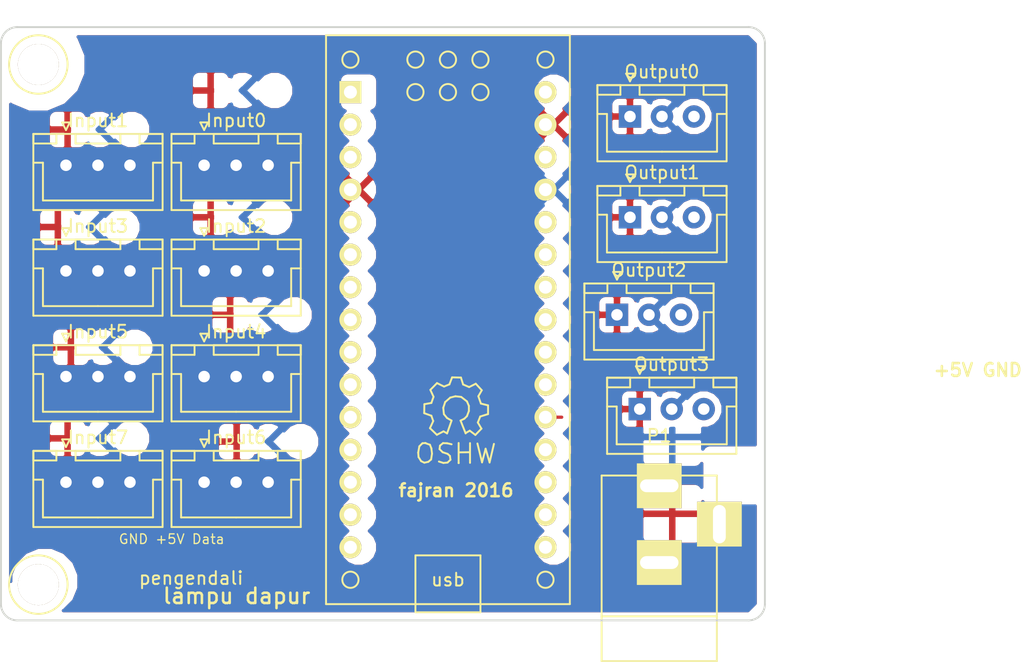
<source format=kicad_pcb>
(kicad_pcb (version 4) (host pcbnew 4.0.2+e4-6225~38~ubuntu15.04.1-stable)

  (general
    (links 39)
    (no_connects 16)
    (area 113.589999 81.839999 173.430001 128.345001)
    (thickness 1.6)
    (drawings 13)
    (tracks 1)
    (zones 0)
    (modules 17)
    (nets 30)
  )

  (page A4)
  (layers
    (0 F.Cu signal)
    (31 B.Cu signal)
    (32 B.Adhes user)
    (33 F.Adhes user)
    (34 B.Paste user)
    (35 F.Paste user)
    (36 B.SilkS user)
    (37 F.SilkS user)
    (38 B.Mask user)
    (39 F.Mask user)
    (40 Dwgs.User user)
    (41 Cmts.User user)
    (42 Eco1.User user)
    (43 Eco2.User user)
    (44 Edge.Cuts user)
    (45 Margin user)
    (46 B.CrtYd user)
    (47 F.CrtYd user)
    (48 B.Fab user)
    (49 F.Fab user)
  )

  (setup
    (last_trace_width 0.25)
    (trace_clearance 0.2)
    (zone_clearance 0.508)
    (zone_45_only yes)
    (trace_min 0.2)
    (segment_width 0.2)
    (edge_width 0.15)
    (via_size 0.6)
    (via_drill 0.4)
    (via_min_size 0.4)
    (via_min_drill 0.3)
    (uvia_size 0.3)
    (uvia_drill 0.1)
    (uvias_allowed no)
    (uvia_min_size 0.2)
    (uvia_min_drill 0.1)
    (pcb_text_width 0.3)
    (pcb_text_size 1.5 1.5)
    (mod_edge_width 0.15)
    (mod_text_size 1 1)
    (mod_text_width 0.15)
    (pad_size 3.2 3.2)
    (pad_drill 3.2)
    (pad_to_mask_clearance 0.2)
    (aux_axis_origin 0 0)
    (visible_elements FFFEFF7F)
    (pcbplotparams
      (layerselection 0x010f0_80000001)
      (usegerberextensions false)
      (excludeedgelayer true)
      (linewidth 0.100000)
      (plotframeref false)
      (viasonmask false)
      (mode 1)
      (useauxorigin false)
      (hpglpennumber 1)
      (hpglpenspeed 20)
      (hpglpendiameter 15)
      (hpglpenoverlay 2)
      (psnegative false)
      (psa4output false)
      (plotreference true)
      (plotvalue true)
      (plotinvisibletext false)
      (padsonsilk false)
      (subtractmaskfromsilk false)
      (outputformat 1)
      (mirror false)
      (drillshape 0)
      (scaleselection 1)
      (outputdirectory ../gerber/))
  )

  (net 0 "")
  (net 1 +5V)
  (net 2 GND)
  (net 3 "Net-(Arduino1-Pad1)")
  (net 4 "Net-(Arduino1-Pad2)")
  (net 5 "Net-(Arduino1-Pad3)")
  (net 6 "Net-(Arduino1-Pad13)")
  (net 7 "Net-(Arduino1-Pad14)")
  (net 8 "Net-(Arduino1-Pad15)")
  (net 9 "Net-(Arduino1-Pad16)")
  (net 10 "Net-(Arduino1-Pad17)")
  (net 11 "Net-(Arduino1-Pad18)")
  (net 12 "Net-(Arduino1-Pad23)")
  (net 13 "Net-(Arduino1-Pad24)")
  (net 14 "Net-(Arduino1-Pad25)")
  (net 15 "Net-(Arduino1-Pad26)")
  (net 16 "Net-(Arduino1-Pad28)")
  (net 17 "Net-(Arduino1-Pad30)")
  (net 18 /In0)
  (net 19 /In1)
  (net 20 /In2)
  (net 21 /In3)
  (net 22 /In4)
  (net 23 /In5)
  (net 24 /In6)
  (net 25 /In7)
  (net 26 /Out0)
  (net 27 /Out1)
  (net 28 /Out2)
  (net 29 /Out3)

  (net_class Default "This is the default net class."
    (clearance 0.2)
    (trace_width 0.25)
    (via_dia 0.6)
    (via_drill 0.4)
    (uvia_dia 0.3)
    (uvia_drill 0.1)
    (add_net /In0)
    (add_net /In1)
    (add_net /In2)
    (add_net /In3)
    (add_net /In4)
    (add_net /In5)
    (add_net /In6)
    (add_net /In7)
    (add_net /Out0)
    (add_net /Out1)
    (add_net /Out2)
    (add_net /Out3)
    (add_net GND)
    (add_net "Net-(Arduino1-Pad1)")
    (add_net "Net-(Arduino1-Pad13)")
    (add_net "Net-(Arduino1-Pad14)")
    (add_net "Net-(Arduino1-Pad15)")
    (add_net "Net-(Arduino1-Pad16)")
    (add_net "Net-(Arduino1-Pad17)")
    (add_net "Net-(Arduino1-Pad18)")
    (add_net "Net-(Arduino1-Pad2)")
    (add_net "Net-(Arduino1-Pad23)")
    (add_net "Net-(Arduino1-Pad24)")
    (add_net "Net-(Arduino1-Pad25)")
    (add_net "Net-(Arduino1-Pad26)")
    (add_net "Net-(Arduino1-Pad28)")
    (add_net "Net-(Arduino1-Pad3)")
    (add_net "Net-(Arduino1-Pad30)")
  )

  (net_class +5V ""
    (clearance 0.3)
    (trace_width 0.4)
    (via_dia 0.6)
    (via_drill 0.4)
    (uvia_dia 0.3)
    (uvia_drill 0.1)
    (add_net +5V)
  )

  (net_class In ""
    (clearance 0.2)
    (trace_width 0.25)
    (via_dia 0.6)
    (via_drill 0.4)
    (uvia_dia 0.3)
    (uvia_drill 0.1)
  )

  (net_class Out ""
    (clearance 0.2)
    (trace_width 0.25)
    (via_dia 0.6)
    (via_drill 0.4)
    (uvia_dia 0.3)
    (uvia_drill 0.1)
  )

  (net_class VCC ""
    (clearance 0.3)
    (trace_width 0.35)
    (via_dia 0.6)
    (via_drill 0.4)
    (uvia_dia 0.3)
    (uvia_drill 0.1)
  )

  (module "Arduino:Arduino Nano Shield" (layer F.Cu) (tedit 578BF02C) (tstamp 578BEA7B)
    (at 148.59 104.775)
    (path /57898145)
    (fp_text reference Arduino1 (at 0 24.765) (layer F.SilkS) hide
      (effects (font (size 1 1) (thickness 0.15)))
    )
    (fp_text value Arduino_Nano_Shield (at 0 -24.13) (layer F.Fab)
      (effects (font (size 1 1) (thickness 0.15)))
    )
    (fp_line (start -9.525 -22.225) (end 9.525 -22.225) (layer F.SilkS) (width 0.15))
    (fp_line (start 9.525 -22.225) (end 9.525 22.225) (layer F.SilkS) (width 0.15))
    (fp_line (start 9.525 22.225) (end -9.525 22.225) (layer F.SilkS) (width 0.15))
    (fp_line (start -9.525 22.225) (end -9.525 -22.225) (layer F.SilkS) (width 0.15))
    (fp_circle (center -7.62 20.32) (end -6.985 20.32) (layer F.SilkS) (width 0.15))
    (fp_circle (center 7.62 20.32) (end 8.255 20.32) (layer F.SilkS) (width 0.15))
    (fp_circle (center -7.62 -20.32) (end -6.985 -20.32) (layer F.SilkS) (width 0.15))
    (fp_circle (center 7.62 -20.32) (end 8.255 -20.32) (layer F.SilkS) (width 0.15))
    (fp_circle (center -2.54 -20.32) (end -1.905 -20.32) (layer F.SilkS) (width 0.15))
    (fp_circle (center -2.54 -17.78) (end -1.905 -17.78) (layer F.SilkS) (width 0.15))
    (fp_circle (center 2.54 -17.78) (end 3.175 -17.78) (layer F.SilkS) (width 0.15))
    (fp_circle (center 2.54 -20.32) (end 3.175 -20.32) (layer F.SilkS) (width 0.15))
    (fp_circle (center 0 -20.32) (end 0.635 -20.32) (layer F.SilkS) (width 0.15))
    (fp_circle (center 0 -17.78) (end 0.635 -17.78) (layer F.SilkS) (width 0.15))
    (fp_line (start 2.54 18.415) (end -2.54 18.415) (layer F.SilkS) (width 0.15))
    (fp_line (start -2.54 22.86) (end 2.54 22.86) (layer F.SilkS) (width 0.15))
    (fp_line (start -2.54 22.86) (end -2.54 18.415) (layer F.SilkS) (width 0.15))
    (fp_line (start 2.54 18.415) (end 2.54 22.86) (layer F.SilkS) (width 0.15))
    (fp_text user usb (at 0 20.32) (layer F.SilkS)
      (effects (font (size 1 1) (thickness 0.15)))
    )
    (pad 1 thru_hole rect (at -7.62 -17.78) (size 1.7272 1.7272) (drill 1.016) (layers *.Cu *.Mask F.SilkS)
      (net 3 "Net-(Arduino1-Pad1)"))
    (pad 2 thru_hole circle (at -7.62 -15.24) (size 1.7272 1.7272) (drill 1.016) (layers *.Cu *.Mask F.SilkS)
      (net 4 "Net-(Arduino1-Pad2)"))
    (pad 3 thru_hole circle (at -7.62 -12.7) (size 1.7272 1.7272) (drill 1.016) (layers *.Cu *.Mask F.SilkS)
      (net 5 "Net-(Arduino1-Pad3)"))
    (pad 4 thru_hole circle (at -7.62 -10.16) (size 1.7272 1.7272) (drill 1.016) (layers *.Cu *.Mask F.SilkS)
      (net 2 GND))
    (pad 5 thru_hole circle (at -7.62 -7.62) (size 1.7272 1.7272) (drill 1.016) (layers *.Cu *.Mask F.SilkS)
      (net 18 /In0))
    (pad 6 thru_hole circle (at -7.62 -5.08) (size 1.7272 1.7272) (drill 1.016) (layers *.Cu *.Mask F.SilkS)
      (net 19 /In1))
    (pad 7 thru_hole circle (at -7.62 -2.54) (size 1.7272 1.7272) (drill 1.016) (layers *.Cu *.Mask F.SilkS)
      (net 20 /In2))
    (pad 8 thru_hole circle (at -7.62 0) (size 1.7272 1.7272) (drill 1.016) (layers *.Cu *.Mask F.SilkS)
      (net 21 /In3))
    (pad 9 thru_hole circle (at -7.62 2.54) (size 1.7272 1.7272) (drill 1.016) (layers *.Cu *.Mask F.SilkS)
      (net 22 /In4))
    (pad 10 thru_hole circle (at -7.62 5.08) (size 1.7272 1.7272) (drill 1.016) (layers *.Cu *.Mask F.SilkS)
      (net 23 /In5))
    (pad 11 thru_hole circle (at -7.62 7.62) (size 1.7272 1.7272) (drill 1.016) (layers *.Cu *.Mask F.SilkS)
      (net 24 /In6))
    (pad 12 thru_hole circle (at -7.62 10.16) (size 1.7272 1.7272) (drill 1.016) (layers *.Cu *.Mask F.SilkS)
      (net 25 /In7))
    (pad 13 thru_hole circle (at -7.62 12.7) (size 1.7272 1.7272) (drill 1.016) (layers *.Cu *.Mask F.SilkS)
      (net 6 "Net-(Arduino1-Pad13)"))
    (pad 14 thru_hole circle (at -7.62 15.24) (size 1.7272 1.7272) (drill 1.016) (layers *.Cu *.Mask F.SilkS)
      (net 7 "Net-(Arduino1-Pad14)"))
    (pad 15 thru_hole circle (at -7.62 17.78) (size 1.7272 1.7272) (drill 1.016) (layers *.Cu *.Mask F.SilkS)
      (net 8 "Net-(Arduino1-Pad15)"))
    (pad 16 thru_hole circle (at 7.62 17.78) (size 1.7272 1.7272) (drill 1.016) (layers *.Cu *.Mask F.SilkS)
      (net 9 "Net-(Arduino1-Pad16)"))
    (pad 17 thru_hole circle (at 7.62 15.24) (size 1.7272 1.7272) (drill 1.016) (layers *.Cu *.Mask F.SilkS)
      (net 10 "Net-(Arduino1-Pad17)"))
    (pad 18 thru_hole circle (at 7.62 12.7) (size 1.7272 1.7272) (drill 1.016) (layers *.Cu *.Mask F.SilkS)
      (net 11 "Net-(Arduino1-Pad18)"))
    (pad 19 thru_hole circle (at 7.62 10.16) (size 1.7272 1.7272) (drill 1.016) (layers *.Cu *.Mask F.SilkS)
      (net 26 /Out0))
    (pad 20 thru_hole circle (at 7.62 7.62) (size 1.7272 1.7272) (drill 1.016) (layers *.Cu *.Mask F.SilkS)
      (net 27 /Out1))
    (pad 21 thru_hole circle (at 7.62 5.08) (size 1.7272 1.7272) (drill 1.016) (layers *.Cu *.Mask F.SilkS)
      (net 28 /Out2))
    (pad 22 thru_hole circle (at 7.62 2.54) (size 1.7272 1.7272) (drill 1.016) (layers *.Cu *.Mask F.SilkS)
      (net 29 /Out3))
    (pad 23 thru_hole circle (at 7.62 0) (size 1.7272 1.7272) (drill 1.016) (layers *.Cu *.Mask F.SilkS)
      (net 12 "Net-(Arduino1-Pad23)"))
    (pad 24 thru_hole circle (at 7.62 -2.54) (size 1.7272 1.7272) (drill 1.016) (layers *.Cu *.Mask F.SilkS)
      (net 13 "Net-(Arduino1-Pad24)"))
    (pad 25 thru_hole circle (at 7.62 -5.08) (size 1.7272 1.7272) (drill 1.016) (layers *.Cu *.Mask F.SilkS)
      (net 14 "Net-(Arduino1-Pad25)"))
    (pad 26 thru_hole circle (at 7.62 -7.62) (size 1.7272 1.7272) (drill 1.016) (layers *.Cu *.Mask F.SilkS)
      (net 15 "Net-(Arduino1-Pad26)"))
    (pad 27 thru_hole circle (at 7.62 -10.16) (size 1.7272 1.7272) (drill 1.016) (layers *.Cu *.Mask F.SilkS)
      (net 1 +5V))
    (pad 28 thru_hole circle (at 7.62 -12.7) (size 1.7272 1.7272) (drill 1.016) (layers *.Cu *.Mask F.SilkS)
      (net 16 "Net-(Arduino1-Pad28)"))
    (pad 29 thru_hole circle (at 7.62 -15.24) (size 1.7272 1.7272) (drill 1.016) (layers *.Cu *.Mask F.SilkS)
      (net 2 GND))
    (pad 30 thru_hole circle (at 7.62 -17.78) (size 1.7272 1.7272) (drill 1.016) (layers *.Cu *.Mask F.SilkS)
      (net 17 "Net-(Arduino1-Pad30)"))
  )

  (module Symbols:Symbol_OSHW-Logo_SilkScreen (layer F.Cu) (tedit 578BF1A6) (tstamp 578C8353)
    (at 149.225 111.76)
    (descr "Symbol, OSHW-Logo, Silk Screen,")
    (tags "Symbol, OSHW-Logo, Silk Screen,")
    (fp_text reference REF** (at 0.09906 -4.38912) (layer F.SilkS) hide
      (effects (font (size 1 1) (thickness 0.15)))
    )
    (fp_text value Symbol_OSHW-Logo_SilkScreen (at 0.30988 6.56082) (layer F.Fab)
      (effects (font (size 1 1) (thickness 0.15)))
    )
    (fp_line (start 1.66878 2.68986) (end 2.02946 4.16052) (layer F.SilkS) (width 0.15))
    (fp_line (start 2.02946 4.16052) (end 2.30886 3.0988) (layer F.SilkS) (width 0.15))
    (fp_line (start 2.30886 3.0988) (end 2.61874 4.17068) (layer F.SilkS) (width 0.15))
    (fp_line (start 2.61874 4.17068) (end 2.9591 2.72034) (layer F.SilkS) (width 0.15))
    (fp_line (start 0.24892 3.38074) (end 1.03886 3.37058) (layer F.SilkS) (width 0.15))
    (fp_line (start 1.03886 3.37058) (end 1.04902 3.38074) (layer F.SilkS) (width 0.15))
    (fp_line (start 1.04902 3.38074) (end 1.04902 3.37058) (layer F.SilkS) (width 0.15))
    (fp_line (start 1.08966 2.65938) (end 1.08966 4.20116) (layer F.SilkS) (width 0.15))
    (fp_line (start 0.20066 2.64922) (end 0.20066 4.21894) (layer F.SilkS) (width 0.15))
    (fp_line (start 0.20066 4.21894) (end 0.21082 4.20878) (layer F.SilkS) (width 0.15))
    (fp_line (start -0.35052 2.75082) (end -0.70104 2.66954) (layer F.SilkS) (width 0.15))
    (fp_line (start -0.70104 2.66954) (end -1.02108 2.65938) (layer F.SilkS) (width 0.15))
    (fp_line (start -1.02108 2.65938) (end -1.25984 2.86004) (layer F.SilkS) (width 0.15))
    (fp_line (start -1.25984 2.86004) (end -1.29032 3.12928) (layer F.SilkS) (width 0.15))
    (fp_line (start -1.29032 3.12928) (end -1.04902 3.37058) (layer F.SilkS) (width 0.15))
    (fp_line (start -1.04902 3.37058) (end -0.6604 3.50012) (layer F.SilkS) (width 0.15))
    (fp_line (start -0.6604 3.50012) (end -0.48006 3.66014) (layer F.SilkS) (width 0.15))
    (fp_line (start -0.48006 3.66014) (end -0.43942 3.95986) (layer F.SilkS) (width 0.15))
    (fp_line (start -0.43942 3.95986) (end -0.67056 4.18084) (layer F.SilkS) (width 0.15))
    (fp_line (start -0.67056 4.18084) (end -0.9906 4.20878) (layer F.SilkS) (width 0.15))
    (fp_line (start -0.9906 4.20878) (end -1.34112 4.09956) (layer F.SilkS) (width 0.15))
    (fp_line (start -2.37998 2.64922) (end -2.6289 2.66954) (layer F.SilkS) (width 0.15))
    (fp_line (start -2.6289 2.66954) (end -2.8702 2.91084) (layer F.SilkS) (width 0.15))
    (fp_line (start -2.8702 2.91084) (end -2.9591 3.40106) (layer F.SilkS) (width 0.15))
    (fp_line (start -2.9591 3.40106) (end -2.93116 3.74904) (layer F.SilkS) (width 0.15))
    (fp_line (start -2.93116 3.74904) (end -2.7305 4.06908) (layer F.SilkS) (width 0.15))
    (fp_line (start -2.7305 4.06908) (end -2.47904 4.191) (layer F.SilkS) (width 0.15))
    (fp_line (start -2.47904 4.191) (end -2.16916 4.11988) (layer F.SilkS) (width 0.15))
    (fp_line (start -2.16916 4.11988) (end -1.95072 3.93954) (layer F.SilkS) (width 0.15))
    (fp_line (start -1.95072 3.93954) (end -1.8796 3.4798) (layer F.SilkS) (width 0.15))
    (fp_line (start -1.8796 3.4798) (end -1.9304 3.07086) (layer F.SilkS) (width 0.15))
    (fp_line (start -1.9304 3.07086) (end -2.03962 2.78892) (layer F.SilkS) (width 0.15))
    (fp_line (start -2.03962 2.78892) (end -2.4003 2.65938) (layer F.SilkS) (width 0.15))
    (fp_line (start -1.78054 0.92964) (end -2.03962 1.49098) (layer F.SilkS) (width 0.15))
    (fp_line (start -2.03962 1.49098) (end -1.50114 2.00914) (layer F.SilkS) (width 0.15))
    (fp_line (start -1.50114 2.00914) (end -0.98044 1.7399) (layer F.SilkS) (width 0.15))
    (fp_line (start -0.98044 1.7399) (end -0.70104 1.89992) (layer F.SilkS) (width 0.15))
    (fp_line (start 0.73914 1.8796) (end 1.06934 1.6891) (layer F.SilkS) (width 0.15))
    (fp_line (start 1.06934 1.6891) (end 1.50876 2.0193) (layer F.SilkS) (width 0.15))
    (fp_line (start 1.50876 2.0193) (end 1.9812 1.52908) (layer F.SilkS) (width 0.15))
    (fp_line (start 1.9812 1.52908) (end 1.69926 1.04902) (layer F.SilkS) (width 0.15))
    (fp_line (start 1.69926 1.04902) (end 1.88976 0.57912) (layer F.SilkS) (width 0.15))
    (fp_line (start 1.88976 0.57912) (end 2.49936 0.39116) (layer F.SilkS) (width 0.15))
    (fp_line (start 2.49936 0.39116) (end 2.49936 -0.28956) (layer F.SilkS) (width 0.15))
    (fp_line (start 2.49936 -0.28956) (end 1.94056 -0.42926) (layer F.SilkS) (width 0.15))
    (fp_line (start 1.94056 -0.42926) (end 1.7399 -1.00076) (layer F.SilkS) (width 0.15))
    (fp_line (start 1.7399 -1.00076) (end 2.00914 -1.47066) (layer F.SilkS) (width 0.15))
    (fp_line (start 2.00914 -1.47066) (end 1.53924 -1.9812) (layer F.SilkS) (width 0.15))
    (fp_line (start 1.53924 -1.9812) (end 1.02108 -1.71958) (layer F.SilkS) (width 0.15))
    (fp_line (start 1.02108 -1.71958) (end 0.55118 -1.92024) (layer F.SilkS) (width 0.15))
    (fp_line (start 0.55118 -1.92024) (end 0.381 -2.46126) (layer F.SilkS) (width 0.15))
    (fp_line (start 0.381 -2.46126) (end -0.30988 -2.47904) (layer F.SilkS) (width 0.15))
    (fp_line (start -0.30988 -2.47904) (end -0.5207 -1.9304) (layer F.SilkS) (width 0.15))
    (fp_line (start -0.5207 -1.9304) (end -0.9398 -1.76022) (layer F.SilkS) (width 0.15))
    (fp_line (start -0.9398 -1.76022) (end -1.49098 -2.02946) (layer F.SilkS) (width 0.15))
    (fp_line (start -1.49098 -2.02946) (end -2.00914 -1.50114) (layer F.SilkS) (width 0.15))
    (fp_line (start -2.00914 -1.50114) (end -1.76022 -0.96012) (layer F.SilkS) (width 0.15))
    (fp_line (start -1.76022 -0.96012) (end -1.9304 -0.48006) (layer F.SilkS) (width 0.15))
    (fp_line (start -1.9304 -0.48006) (end -2.47904 -0.381) (layer F.SilkS) (width 0.15))
    (fp_line (start -2.47904 -0.381) (end -2.4892 0.32004) (layer F.SilkS) (width 0.15))
    (fp_line (start -2.4892 0.32004) (end -1.9304 0.5207) (layer F.SilkS) (width 0.15))
    (fp_line (start -1.9304 0.5207) (end -1.7907 0.91948) (layer F.SilkS) (width 0.15))
    (fp_line (start 0.35052 0.89916) (end 0.65024 0.7493) (layer F.SilkS) (width 0.15))
    (fp_line (start 0.65024 0.7493) (end 0.8509 0.55118) (layer F.SilkS) (width 0.15))
    (fp_line (start 0.8509 0.55118) (end 1.00076 0.14986) (layer F.SilkS) (width 0.15))
    (fp_line (start 1.00076 0.14986) (end 1.00076 -0.24892) (layer F.SilkS) (width 0.15))
    (fp_line (start 1.00076 -0.24892) (end 0.8509 -0.59944) (layer F.SilkS) (width 0.15))
    (fp_line (start 0.8509 -0.59944) (end 0.39878 -0.94996) (layer F.SilkS) (width 0.15))
    (fp_line (start 0.39878 -0.94996) (end -0.0508 -1.00076) (layer F.SilkS) (width 0.15))
    (fp_line (start -0.0508 -1.00076) (end -0.44958 -0.89916) (layer F.SilkS) (width 0.15))
    (fp_line (start -0.44958 -0.89916) (end -0.8509 -0.55118) (layer F.SilkS) (width 0.15))
    (fp_line (start -0.8509 -0.55118) (end -1.00076 -0.09906) (layer F.SilkS) (width 0.15))
    (fp_line (start -1.00076 -0.09906) (end -0.94996 0.39878) (layer F.SilkS) (width 0.15))
    (fp_line (start -0.94996 0.39878) (end -0.70104 0.70104) (layer F.SilkS) (width 0.15))
    (fp_line (start -0.70104 0.70104) (end -0.35052 0.89916) (layer F.SilkS) (width 0.15))
    (fp_line (start -0.35052 0.89916) (end -0.70104 1.89992) (layer F.SilkS) (width 0.15))
    (fp_line (start 0.35052 0.89916) (end 0.7493 1.89992) (layer F.SilkS) (width 0.15))
  )

  (module Connectors_JST:JST_XH_B03B-XH-A_03x2.50mm_Straight (layer F.Cu) (tedit 56F0715A) (tstamp 57A28419)
    (at 129.54 92.71)
    (descr "JST XH series connector, B03B-XH-A, top entry type, through hole")
    (tags "connector jst xh tht top vertical 2.50mm")
    (path /578983B8)
    (fp_text reference Input0 (at 2.5 -3.5) (layer F.SilkS)
      (effects (font (size 1 1) (thickness 0.15)))
    )
    (fp_text value Input0 (at 2.5 4.5) (layer F.Fab)
      (effects (font (size 1 1) (thickness 0.15)))
    )
    (fp_line (start -2.95 -2.85) (end -2.95 3.9) (layer F.CrtYd) (width 0.05))
    (fp_line (start -2.95 3.9) (end 7.95 3.9) (layer F.CrtYd) (width 0.05))
    (fp_line (start 7.95 3.9) (end 7.95 -2.85) (layer F.CrtYd) (width 0.05))
    (fp_line (start 7.95 -2.85) (end -2.95 -2.85) (layer F.CrtYd) (width 0.05))
    (fp_line (start -2.55 -2.45) (end -2.55 3.5) (layer F.SilkS) (width 0.15))
    (fp_line (start -2.55 3.5) (end 7.55 3.5) (layer F.SilkS) (width 0.15))
    (fp_line (start 7.55 3.5) (end 7.55 -2.45) (layer F.SilkS) (width 0.15))
    (fp_line (start 7.55 -2.45) (end -2.55 -2.45) (layer F.SilkS) (width 0.15))
    (fp_line (start 0.75 -2.45) (end 0.75 -1.7) (layer F.SilkS) (width 0.15))
    (fp_line (start 0.75 -1.7) (end 4.25 -1.7) (layer F.SilkS) (width 0.15))
    (fp_line (start 4.25 -1.7) (end 4.25 -2.45) (layer F.SilkS) (width 0.15))
    (fp_line (start 4.25 -2.45) (end 0.75 -2.45) (layer F.SilkS) (width 0.15))
    (fp_line (start -2.55 -2.45) (end -2.55 -1.7) (layer F.SilkS) (width 0.15))
    (fp_line (start -2.55 -1.7) (end -0.75 -1.7) (layer F.SilkS) (width 0.15))
    (fp_line (start -0.75 -1.7) (end -0.75 -2.45) (layer F.SilkS) (width 0.15))
    (fp_line (start -0.75 -2.45) (end -2.55 -2.45) (layer F.SilkS) (width 0.15))
    (fp_line (start 5.75 -2.45) (end 5.75 -1.7) (layer F.SilkS) (width 0.15))
    (fp_line (start 5.75 -1.7) (end 7.55 -1.7) (layer F.SilkS) (width 0.15))
    (fp_line (start 7.55 -1.7) (end 7.55 -2.45) (layer F.SilkS) (width 0.15))
    (fp_line (start 7.55 -2.45) (end 5.75 -2.45) (layer F.SilkS) (width 0.15))
    (fp_line (start -2.55 -0.2) (end -1.8 -0.2) (layer F.SilkS) (width 0.15))
    (fp_line (start -1.8 -0.2) (end -1.8 2.75) (layer F.SilkS) (width 0.15))
    (fp_line (start -1.8 2.75) (end 2.5 2.75) (layer F.SilkS) (width 0.15))
    (fp_line (start 7.55 -0.2) (end 6.8 -0.2) (layer F.SilkS) (width 0.15))
    (fp_line (start 6.8 -0.2) (end 6.8 2.75) (layer F.SilkS) (width 0.15))
    (fp_line (start 6.8 2.75) (end 2.5 2.75) (layer F.SilkS) (width 0.15))
    (fp_line (start 0 -2.75) (end -0.3 -3.35) (layer F.SilkS) (width 0.15))
    (fp_line (start -0.3 -3.35) (end 0.3 -3.35) (layer F.SilkS) (width 0.15))
    (fp_line (start 0.3 -3.35) (end 0 -2.75) (layer F.SilkS) (width 0.15))
    (pad 1 thru_hole rect (at 0 0) (size 1.75 1.75) (drill 0.9) (layers *.Cu *.Mask)
      (net 2 GND))
    (pad 2 thru_hole circle (at 2.5 0) (size 1.75 1.75) (drill 0.9) (layers *.Cu *.Mask)
      (net 1 +5V))
    (pad 3 thru_hole circle (at 5 0) (size 1.75 1.75) (drill 0.9) (layers *.Cu *.Mask)
      (net 18 /In0))
    (model Connectors_JST.3dshapes/JST_XH_B03B-XH-A_03x2.50mm_Straight.wrl
      (at (xyz 0 0 0))
      (scale (xyz 1 1 1))
      (rotate (xyz 0 0 0))
    )
  )

  (module Connectors_JST:JST_XH_B03B-XH-A_03x2.50mm_Straight (layer F.Cu) (tedit 56F0715A) (tstamp 57A2843D)
    (at 118.745 92.71)
    (descr "JST XH series connector, B03B-XH-A, top entry type, through hole")
    (tags "connector jst xh tht top vertical 2.50mm")
    (path /578990E0)
    (fp_text reference Input1 (at 2.5 -3.5) (layer F.SilkS)
      (effects (font (size 1 1) (thickness 0.15)))
    )
    (fp_text value Input1 (at 2.5 4.5) (layer F.Fab)
      (effects (font (size 1 1) (thickness 0.15)))
    )
    (fp_line (start -2.95 -2.85) (end -2.95 3.9) (layer F.CrtYd) (width 0.05))
    (fp_line (start -2.95 3.9) (end 7.95 3.9) (layer F.CrtYd) (width 0.05))
    (fp_line (start 7.95 3.9) (end 7.95 -2.85) (layer F.CrtYd) (width 0.05))
    (fp_line (start 7.95 -2.85) (end -2.95 -2.85) (layer F.CrtYd) (width 0.05))
    (fp_line (start -2.55 -2.45) (end -2.55 3.5) (layer F.SilkS) (width 0.15))
    (fp_line (start -2.55 3.5) (end 7.55 3.5) (layer F.SilkS) (width 0.15))
    (fp_line (start 7.55 3.5) (end 7.55 -2.45) (layer F.SilkS) (width 0.15))
    (fp_line (start 7.55 -2.45) (end -2.55 -2.45) (layer F.SilkS) (width 0.15))
    (fp_line (start 0.75 -2.45) (end 0.75 -1.7) (layer F.SilkS) (width 0.15))
    (fp_line (start 0.75 -1.7) (end 4.25 -1.7) (layer F.SilkS) (width 0.15))
    (fp_line (start 4.25 -1.7) (end 4.25 -2.45) (layer F.SilkS) (width 0.15))
    (fp_line (start 4.25 -2.45) (end 0.75 -2.45) (layer F.SilkS) (width 0.15))
    (fp_line (start -2.55 -2.45) (end -2.55 -1.7) (layer F.SilkS) (width 0.15))
    (fp_line (start -2.55 -1.7) (end -0.75 -1.7) (layer F.SilkS) (width 0.15))
    (fp_line (start -0.75 -1.7) (end -0.75 -2.45) (layer F.SilkS) (width 0.15))
    (fp_line (start -0.75 -2.45) (end -2.55 -2.45) (layer F.SilkS) (width 0.15))
    (fp_line (start 5.75 -2.45) (end 5.75 -1.7) (layer F.SilkS) (width 0.15))
    (fp_line (start 5.75 -1.7) (end 7.55 -1.7) (layer F.SilkS) (width 0.15))
    (fp_line (start 7.55 -1.7) (end 7.55 -2.45) (layer F.SilkS) (width 0.15))
    (fp_line (start 7.55 -2.45) (end 5.75 -2.45) (layer F.SilkS) (width 0.15))
    (fp_line (start -2.55 -0.2) (end -1.8 -0.2) (layer F.SilkS) (width 0.15))
    (fp_line (start -1.8 -0.2) (end -1.8 2.75) (layer F.SilkS) (width 0.15))
    (fp_line (start -1.8 2.75) (end 2.5 2.75) (layer F.SilkS) (width 0.15))
    (fp_line (start 7.55 -0.2) (end 6.8 -0.2) (layer F.SilkS) (width 0.15))
    (fp_line (start 6.8 -0.2) (end 6.8 2.75) (layer F.SilkS) (width 0.15))
    (fp_line (start 6.8 2.75) (end 2.5 2.75) (layer F.SilkS) (width 0.15))
    (fp_line (start 0 -2.75) (end -0.3 -3.35) (layer F.SilkS) (width 0.15))
    (fp_line (start -0.3 -3.35) (end 0.3 -3.35) (layer F.SilkS) (width 0.15))
    (fp_line (start 0.3 -3.35) (end 0 -2.75) (layer F.SilkS) (width 0.15))
    (pad 1 thru_hole rect (at 0 0) (size 1.75 1.75) (drill 0.9) (layers *.Cu *.Mask)
      (net 2 GND))
    (pad 2 thru_hole circle (at 2.5 0) (size 1.75 1.75) (drill 0.9) (layers *.Cu *.Mask)
      (net 1 +5V))
    (pad 3 thru_hole circle (at 5 0) (size 1.75 1.75) (drill 0.9) (layers *.Cu *.Mask)
      (net 19 /In1))
    (model Connectors_JST.3dshapes/JST_XH_B03B-XH-A_03x2.50mm_Straight.wrl
      (at (xyz 0 0 0))
      (scale (xyz 1 1 1))
      (rotate (xyz 0 0 0))
    )
  )

  (module Connectors_JST:JST_XH_B03B-XH-A_03x2.50mm_Straight (layer F.Cu) (tedit 56F0715A) (tstamp 57A28461)
    (at 129.54 100.965)
    (descr "JST XH series connector, B03B-XH-A, top entry type, through hole")
    (tags "connector jst xh tht top vertical 2.50mm")
    (path /57898F53)
    (fp_text reference Input2 (at 2.5 -3.5) (layer F.SilkS)
      (effects (font (size 1 1) (thickness 0.15)))
    )
    (fp_text value Input2 (at 2.5 4.5) (layer F.Fab)
      (effects (font (size 1 1) (thickness 0.15)))
    )
    (fp_line (start -2.95 -2.85) (end -2.95 3.9) (layer F.CrtYd) (width 0.05))
    (fp_line (start -2.95 3.9) (end 7.95 3.9) (layer F.CrtYd) (width 0.05))
    (fp_line (start 7.95 3.9) (end 7.95 -2.85) (layer F.CrtYd) (width 0.05))
    (fp_line (start 7.95 -2.85) (end -2.95 -2.85) (layer F.CrtYd) (width 0.05))
    (fp_line (start -2.55 -2.45) (end -2.55 3.5) (layer F.SilkS) (width 0.15))
    (fp_line (start -2.55 3.5) (end 7.55 3.5) (layer F.SilkS) (width 0.15))
    (fp_line (start 7.55 3.5) (end 7.55 -2.45) (layer F.SilkS) (width 0.15))
    (fp_line (start 7.55 -2.45) (end -2.55 -2.45) (layer F.SilkS) (width 0.15))
    (fp_line (start 0.75 -2.45) (end 0.75 -1.7) (layer F.SilkS) (width 0.15))
    (fp_line (start 0.75 -1.7) (end 4.25 -1.7) (layer F.SilkS) (width 0.15))
    (fp_line (start 4.25 -1.7) (end 4.25 -2.45) (layer F.SilkS) (width 0.15))
    (fp_line (start 4.25 -2.45) (end 0.75 -2.45) (layer F.SilkS) (width 0.15))
    (fp_line (start -2.55 -2.45) (end -2.55 -1.7) (layer F.SilkS) (width 0.15))
    (fp_line (start -2.55 -1.7) (end -0.75 -1.7) (layer F.SilkS) (width 0.15))
    (fp_line (start -0.75 -1.7) (end -0.75 -2.45) (layer F.SilkS) (width 0.15))
    (fp_line (start -0.75 -2.45) (end -2.55 -2.45) (layer F.SilkS) (width 0.15))
    (fp_line (start 5.75 -2.45) (end 5.75 -1.7) (layer F.SilkS) (width 0.15))
    (fp_line (start 5.75 -1.7) (end 7.55 -1.7) (layer F.SilkS) (width 0.15))
    (fp_line (start 7.55 -1.7) (end 7.55 -2.45) (layer F.SilkS) (width 0.15))
    (fp_line (start 7.55 -2.45) (end 5.75 -2.45) (layer F.SilkS) (width 0.15))
    (fp_line (start -2.55 -0.2) (end -1.8 -0.2) (layer F.SilkS) (width 0.15))
    (fp_line (start -1.8 -0.2) (end -1.8 2.75) (layer F.SilkS) (width 0.15))
    (fp_line (start -1.8 2.75) (end 2.5 2.75) (layer F.SilkS) (width 0.15))
    (fp_line (start 7.55 -0.2) (end 6.8 -0.2) (layer F.SilkS) (width 0.15))
    (fp_line (start 6.8 -0.2) (end 6.8 2.75) (layer F.SilkS) (width 0.15))
    (fp_line (start 6.8 2.75) (end 2.5 2.75) (layer F.SilkS) (width 0.15))
    (fp_line (start 0 -2.75) (end -0.3 -3.35) (layer F.SilkS) (width 0.15))
    (fp_line (start -0.3 -3.35) (end 0.3 -3.35) (layer F.SilkS) (width 0.15))
    (fp_line (start 0.3 -3.35) (end 0 -2.75) (layer F.SilkS) (width 0.15))
    (pad 1 thru_hole rect (at 0 0) (size 1.75 1.75) (drill 0.9) (layers *.Cu *.Mask)
      (net 2 GND))
    (pad 2 thru_hole circle (at 2.5 0) (size 1.75 1.75) (drill 0.9) (layers *.Cu *.Mask)
      (net 1 +5V))
    (pad 3 thru_hole circle (at 5 0) (size 1.75 1.75) (drill 0.9) (layers *.Cu *.Mask)
      (net 20 /In2))
    (model Connectors_JST.3dshapes/JST_XH_B03B-XH-A_03x2.50mm_Straight.wrl
      (at (xyz 0 0 0))
      (scale (xyz 1 1 1))
      (rotate (xyz 0 0 0))
    )
  )

  (module Connectors_JST:JST_XH_B03B-XH-A_03x2.50mm_Straight (layer F.Cu) (tedit 56F0715A) (tstamp 57A28485)
    (at 118.745 100.965)
    (descr "JST XH series connector, B03B-XH-A, top entry type, through hole")
    (tags "connector jst xh tht top vertical 2.50mm")
    (path /5789915E)
    (fp_text reference Input3 (at 2.5 -3.5) (layer F.SilkS)
      (effects (font (size 1 1) (thickness 0.15)))
    )
    (fp_text value Input3 (at 2.5 4.5) (layer F.Fab)
      (effects (font (size 1 1) (thickness 0.15)))
    )
    (fp_line (start -2.95 -2.85) (end -2.95 3.9) (layer F.CrtYd) (width 0.05))
    (fp_line (start -2.95 3.9) (end 7.95 3.9) (layer F.CrtYd) (width 0.05))
    (fp_line (start 7.95 3.9) (end 7.95 -2.85) (layer F.CrtYd) (width 0.05))
    (fp_line (start 7.95 -2.85) (end -2.95 -2.85) (layer F.CrtYd) (width 0.05))
    (fp_line (start -2.55 -2.45) (end -2.55 3.5) (layer F.SilkS) (width 0.15))
    (fp_line (start -2.55 3.5) (end 7.55 3.5) (layer F.SilkS) (width 0.15))
    (fp_line (start 7.55 3.5) (end 7.55 -2.45) (layer F.SilkS) (width 0.15))
    (fp_line (start 7.55 -2.45) (end -2.55 -2.45) (layer F.SilkS) (width 0.15))
    (fp_line (start 0.75 -2.45) (end 0.75 -1.7) (layer F.SilkS) (width 0.15))
    (fp_line (start 0.75 -1.7) (end 4.25 -1.7) (layer F.SilkS) (width 0.15))
    (fp_line (start 4.25 -1.7) (end 4.25 -2.45) (layer F.SilkS) (width 0.15))
    (fp_line (start 4.25 -2.45) (end 0.75 -2.45) (layer F.SilkS) (width 0.15))
    (fp_line (start -2.55 -2.45) (end -2.55 -1.7) (layer F.SilkS) (width 0.15))
    (fp_line (start -2.55 -1.7) (end -0.75 -1.7) (layer F.SilkS) (width 0.15))
    (fp_line (start -0.75 -1.7) (end -0.75 -2.45) (layer F.SilkS) (width 0.15))
    (fp_line (start -0.75 -2.45) (end -2.55 -2.45) (layer F.SilkS) (width 0.15))
    (fp_line (start 5.75 -2.45) (end 5.75 -1.7) (layer F.SilkS) (width 0.15))
    (fp_line (start 5.75 -1.7) (end 7.55 -1.7) (layer F.SilkS) (width 0.15))
    (fp_line (start 7.55 -1.7) (end 7.55 -2.45) (layer F.SilkS) (width 0.15))
    (fp_line (start 7.55 -2.45) (end 5.75 -2.45) (layer F.SilkS) (width 0.15))
    (fp_line (start -2.55 -0.2) (end -1.8 -0.2) (layer F.SilkS) (width 0.15))
    (fp_line (start -1.8 -0.2) (end -1.8 2.75) (layer F.SilkS) (width 0.15))
    (fp_line (start -1.8 2.75) (end 2.5 2.75) (layer F.SilkS) (width 0.15))
    (fp_line (start 7.55 -0.2) (end 6.8 -0.2) (layer F.SilkS) (width 0.15))
    (fp_line (start 6.8 -0.2) (end 6.8 2.75) (layer F.SilkS) (width 0.15))
    (fp_line (start 6.8 2.75) (end 2.5 2.75) (layer F.SilkS) (width 0.15))
    (fp_line (start 0 -2.75) (end -0.3 -3.35) (layer F.SilkS) (width 0.15))
    (fp_line (start -0.3 -3.35) (end 0.3 -3.35) (layer F.SilkS) (width 0.15))
    (fp_line (start 0.3 -3.35) (end 0 -2.75) (layer F.SilkS) (width 0.15))
    (pad 1 thru_hole rect (at 0 0) (size 1.75 1.75) (drill 0.9) (layers *.Cu *.Mask)
      (net 2 GND))
    (pad 2 thru_hole circle (at 2.5 0) (size 1.75 1.75) (drill 0.9) (layers *.Cu *.Mask)
      (net 1 +5V))
    (pad 3 thru_hole circle (at 5 0) (size 1.75 1.75) (drill 0.9) (layers *.Cu *.Mask)
      (net 21 /In3))
    (model Connectors_JST.3dshapes/JST_XH_B03B-XH-A_03x2.50mm_Straight.wrl
      (at (xyz 0 0 0))
      (scale (xyz 1 1 1))
      (rotate (xyz 0 0 0))
    )
  )

  (module Connectors_JST:JST_XH_B03B-XH-A_03x2.50mm_Straight (layer F.Cu) (tedit 56F0715A) (tstamp 57A284A9)
    (at 129.54 109.22)
    (descr "JST XH series connector, B03B-XH-A, top entry type, through hole")
    (tags "connector jst xh tht top vertical 2.50mm")
    (path /57899420)
    (fp_text reference Input4 (at 2.5 -3.5) (layer F.SilkS)
      (effects (font (size 1 1) (thickness 0.15)))
    )
    (fp_text value Input4 (at 2.5 4.5) (layer F.Fab)
      (effects (font (size 1 1) (thickness 0.15)))
    )
    (fp_line (start -2.95 -2.85) (end -2.95 3.9) (layer F.CrtYd) (width 0.05))
    (fp_line (start -2.95 3.9) (end 7.95 3.9) (layer F.CrtYd) (width 0.05))
    (fp_line (start 7.95 3.9) (end 7.95 -2.85) (layer F.CrtYd) (width 0.05))
    (fp_line (start 7.95 -2.85) (end -2.95 -2.85) (layer F.CrtYd) (width 0.05))
    (fp_line (start -2.55 -2.45) (end -2.55 3.5) (layer F.SilkS) (width 0.15))
    (fp_line (start -2.55 3.5) (end 7.55 3.5) (layer F.SilkS) (width 0.15))
    (fp_line (start 7.55 3.5) (end 7.55 -2.45) (layer F.SilkS) (width 0.15))
    (fp_line (start 7.55 -2.45) (end -2.55 -2.45) (layer F.SilkS) (width 0.15))
    (fp_line (start 0.75 -2.45) (end 0.75 -1.7) (layer F.SilkS) (width 0.15))
    (fp_line (start 0.75 -1.7) (end 4.25 -1.7) (layer F.SilkS) (width 0.15))
    (fp_line (start 4.25 -1.7) (end 4.25 -2.45) (layer F.SilkS) (width 0.15))
    (fp_line (start 4.25 -2.45) (end 0.75 -2.45) (layer F.SilkS) (width 0.15))
    (fp_line (start -2.55 -2.45) (end -2.55 -1.7) (layer F.SilkS) (width 0.15))
    (fp_line (start -2.55 -1.7) (end -0.75 -1.7) (layer F.SilkS) (width 0.15))
    (fp_line (start -0.75 -1.7) (end -0.75 -2.45) (layer F.SilkS) (width 0.15))
    (fp_line (start -0.75 -2.45) (end -2.55 -2.45) (layer F.SilkS) (width 0.15))
    (fp_line (start 5.75 -2.45) (end 5.75 -1.7) (layer F.SilkS) (width 0.15))
    (fp_line (start 5.75 -1.7) (end 7.55 -1.7) (layer F.SilkS) (width 0.15))
    (fp_line (start 7.55 -1.7) (end 7.55 -2.45) (layer F.SilkS) (width 0.15))
    (fp_line (start 7.55 -2.45) (end 5.75 -2.45) (layer F.SilkS) (width 0.15))
    (fp_line (start -2.55 -0.2) (end -1.8 -0.2) (layer F.SilkS) (width 0.15))
    (fp_line (start -1.8 -0.2) (end -1.8 2.75) (layer F.SilkS) (width 0.15))
    (fp_line (start -1.8 2.75) (end 2.5 2.75) (layer F.SilkS) (width 0.15))
    (fp_line (start 7.55 -0.2) (end 6.8 -0.2) (layer F.SilkS) (width 0.15))
    (fp_line (start 6.8 -0.2) (end 6.8 2.75) (layer F.SilkS) (width 0.15))
    (fp_line (start 6.8 2.75) (end 2.5 2.75) (layer F.SilkS) (width 0.15))
    (fp_line (start 0 -2.75) (end -0.3 -3.35) (layer F.SilkS) (width 0.15))
    (fp_line (start -0.3 -3.35) (end 0.3 -3.35) (layer F.SilkS) (width 0.15))
    (fp_line (start 0.3 -3.35) (end 0 -2.75) (layer F.SilkS) (width 0.15))
    (pad 1 thru_hole rect (at 0 0) (size 1.75 1.75) (drill 0.9) (layers *.Cu *.Mask)
      (net 2 GND))
    (pad 2 thru_hole circle (at 2.5 0) (size 1.75 1.75) (drill 0.9) (layers *.Cu *.Mask)
      (net 1 +5V))
    (pad 3 thru_hole circle (at 5 0) (size 1.75 1.75) (drill 0.9) (layers *.Cu *.Mask)
      (net 22 /In4))
    (model Connectors_JST.3dshapes/JST_XH_B03B-XH-A_03x2.50mm_Straight.wrl
      (at (xyz 0 0 0))
      (scale (xyz 1 1 1))
      (rotate (xyz 0 0 0))
    )
  )

  (module Connectors_JST:JST_XH_B03B-XH-A_03x2.50mm_Straight (layer F.Cu) (tedit 56F0715A) (tstamp 57A284CD)
    (at 118.745 109.22)
    (descr "JST XH series connector, B03B-XH-A, top entry type, through hole")
    (tags "connector jst xh tht top vertical 2.50mm")
    (path /57899450)
    (fp_text reference Input5 (at 2.5 -3.5) (layer F.SilkS)
      (effects (font (size 1 1) (thickness 0.15)))
    )
    (fp_text value Input5 (at 2.5 4.5) (layer F.Fab)
      (effects (font (size 1 1) (thickness 0.15)))
    )
    (fp_line (start -2.95 -2.85) (end -2.95 3.9) (layer F.CrtYd) (width 0.05))
    (fp_line (start -2.95 3.9) (end 7.95 3.9) (layer F.CrtYd) (width 0.05))
    (fp_line (start 7.95 3.9) (end 7.95 -2.85) (layer F.CrtYd) (width 0.05))
    (fp_line (start 7.95 -2.85) (end -2.95 -2.85) (layer F.CrtYd) (width 0.05))
    (fp_line (start -2.55 -2.45) (end -2.55 3.5) (layer F.SilkS) (width 0.15))
    (fp_line (start -2.55 3.5) (end 7.55 3.5) (layer F.SilkS) (width 0.15))
    (fp_line (start 7.55 3.5) (end 7.55 -2.45) (layer F.SilkS) (width 0.15))
    (fp_line (start 7.55 -2.45) (end -2.55 -2.45) (layer F.SilkS) (width 0.15))
    (fp_line (start 0.75 -2.45) (end 0.75 -1.7) (layer F.SilkS) (width 0.15))
    (fp_line (start 0.75 -1.7) (end 4.25 -1.7) (layer F.SilkS) (width 0.15))
    (fp_line (start 4.25 -1.7) (end 4.25 -2.45) (layer F.SilkS) (width 0.15))
    (fp_line (start 4.25 -2.45) (end 0.75 -2.45) (layer F.SilkS) (width 0.15))
    (fp_line (start -2.55 -2.45) (end -2.55 -1.7) (layer F.SilkS) (width 0.15))
    (fp_line (start -2.55 -1.7) (end -0.75 -1.7) (layer F.SilkS) (width 0.15))
    (fp_line (start -0.75 -1.7) (end -0.75 -2.45) (layer F.SilkS) (width 0.15))
    (fp_line (start -0.75 -2.45) (end -2.55 -2.45) (layer F.SilkS) (width 0.15))
    (fp_line (start 5.75 -2.45) (end 5.75 -1.7) (layer F.SilkS) (width 0.15))
    (fp_line (start 5.75 -1.7) (end 7.55 -1.7) (layer F.SilkS) (width 0.15))
    (fp_line (start 7.55 -1.7) (end 7.55 -2.45) (layer F.SilkS) (width 0.15))
    (fp_line (start 7.55 -2.45) (end 5.75 -2.45) (layer F.SilkS) (width 0.15))
    (fp_line (start -2.55 -0.2) (end -1.8 -0.2) (layer F.SilkS) (width 0.15))
    (fp_line (start -1.8 -0.2) (end -1.8 2.75) (layer F.SilkS) (width 0.15))
    (fp_line (start -1.8 2.75) (end 2.5 2.75) (layer F.SilkS) (width 0.15))
    (fp_line (start 7.55 -0.2) (end 6.8 -0.2) (layer F.SilkS) (width 0.15))
    (fp_line (start 6.8 -0.2) (end 6.8 2.75) (layer F.SilkS) (width 0.15))
    (fp_line (start 6.8 2.75) (end 2.5 2.75) (layer F.SilkS) (width 0.15))
    (fp_line (start 0 -2.75) (end -0.3 -3.35) (layer F.SilkS) (width 0.15))
    (fp_line (start -0.3 -3.35) (end 0.3 -3.35) (layer F.SilkS) (width 0.15))
    (fp_line (start 0.3 -3.35) (end 0 -2.75) (layer F.SilkS) (width 0.15))
    (pad 1 thru_hole rect (at 0 0) (size 1.75 1.75) (drill 0.9) (layers *.Cu *.Mask)
      (net 2 GND))
    (pad 2 thru_hole circle (at 2.5 0) (size 1.75 1.75) (drill 0.9) (layers *.Cu *.Mask)
      (net 1 +5V))
    (pad 3 thru_hole circle (at 5 0) (size 1.75 1.75) (drill 0.9) (layers *.Cu *.Mask)
      (net 23 /In5))
    (model Connectors_JST.3dshapes/JST_XH_B03B-XH-A_03x2.50mm_Straight.wrl
      (at (xyz 0 0 0))
      (scale (xyz 1 1 1))
      (rotate (xyz 0 0 0))
    )
  )

  (module Connectors_JST:JST_XH_B03B-XH-A_03x2.50mm_Straight (layer F.Cu) (tedit 56F0715A) (tstamp 57A284F1)
    (at 129.54 117.475)
    (descr "JST XH series connector, B03B-XH-A, top entry type, through hole")
    (tags "connector jst xh tht top vertical 2.50mm")
    (path /57899438)
    (fp_text reference Input6 (at 2.5 -3.5) (layer F.SilkS)
      (effects (font (size 1 1) (thickness 0.15)))
    )
    (fp_text value Input6 (at 2.5 4.5) (layer F.Fab)
      (effects (font (size 1 1) (thickness 0.15)))
    )
    (fp_line (start -2.95 -2.85) (end -2.95 3.9) (layer F.CrtYd) (width 0.05))
    (fp_line (start -2.95 3.9) (end 7.95 3.9) (layer F.CrtYd) (width 0.05))
    (fp_line (start 7.95 3.9) (end 7.95 -2.85) (layer F.CrtYd) (width 0.05))
    (fp_line (start 7.95 -2.85) (end -2.95 -2.85) (layer F.CrtYd) (width 0.05))
    (fp_line (start -2.55 -2.45) (end -2.55 3.5) (layer F.SilkS) (width 0.15))
    (fp_line (start -2.55 3.5) (end 7.55 3.5) (layer F.SilkS) (width 0.15))
    (fp_line (start 7.55 3.5) (end 7.55 -2.45) (layer F.SilkS) (width 0.15))
    (fp_line (start 7.55 -2.45) (end -2.55 -2.45) (layer F.SilkS) (width 0.15))
    (fp_line (start 0.75 -2.45) (end 0.75 -1.7) (layer F.SilkS) (width 0.15))
    (fp_line (start 0.75 -1.7) (end 4.25 -1.7) (layer F.SilkS) (width 0.15))
    (fp_line (start 4.25 -1.7) (end 4.25 -2.45) (layer F.SilkS) (width 0.15))
    (fp_line (start 4.25 -2.45) (end 0.75 -2.45) (layer F.SilkS) (width 0.15))
    (fp_line (start -2.55 -2.45) (end -2.55 -1.7) (layer F.SilkS) (width 0.15))
    (fp_line (start -2.55 -1.7) (end -0.75 -1.7) (layer F.SilkS) (width 0.15))
    (fp_line (start -0.75 -1.7) (end -0.75 -2.45) (layer F.SilkS) (width 0.15))
    (fp_line (start -0.75 -2.45) (end -2.55 -2.45) (layer F.SilkS) (width 0.15))
    (fp_line (start 5.75 -2.45) (end 5.75 -1.7) (layer F.SilkS) (width 0.15))
    (fp_line (start 5.75 -1.7) (end 7.55 -1.7) (layer F.SilkS) (width 0.15))
    (fp_line (start 7.55 -1.7) (end 7.55 -2.45) (layer F.SilkS) (width 0.15))
    (fp_line (start 7.55 -2.45) (end 5.75 -2.45) (layer F.SilkS) (width 0.15))
    (fp_line (start -2.55 -0.2) (end -1.8 -0.2) (layer F.SilkS) (width 0.15))
    (fp_line (start -1.8 -0.2) (end -1.8 2.75) (layer F.SilkS) (width 0.15))
    (fp_line (start -1.8 2.75) (end 2.5 2.75) (layer F.SilkS) (width 0.15))
    (fp_line (start 7.55 -0.2) (end 6.8 -0.2) (layer F.SilkS) (width 0.15))
    (fp_line (start 6.8 -0.2) (end 6.8 2.75) (layer F.SilkS) (width 0.15))
    (fp_line (start 6.8 2.75) (end 2.5 2.75) (layer F.SilkS) (width 0.15))
    (fp_line (start 0 -2.75) (end -0.3 -3.35) (layer F.SilkS) (width 0.15))
    (fp_line (start -0.3 -3.35) (end 0.3 -3.35) (layer F.SilkS) (width 0.15))
    (fp_line (start 0.3 -3.35) (end 0 -2.75) (layer F.SilkS) (width 0.15))
    (pad 1 thru_hole rect (at 0 0) (size 1.75 1.75) (drill 0.9) (layers *.Cu *.Mask)
      (net 2 GND))
    (pad 2 thru_hole circle (at 2.5 0) (size 1.75 1.75) (drill 0.9) (layers *.Cu *.Mask)
      (net 1 +5V))
    (pad 3 thru_hole circle (at 5 0) (size 1.75 1.75) (drill 0.9) (layers *.Cu *.Mask)
      (net 24 /In6))
    (model Connectors_JST.3dshapes/JST_XH_B03B-XH-A_03x2.50mm_Straight.wrl
      (at (xyz 0 0 0))
      (scale (xyz 1 1 1))
      (rotate (xyz 0 0 0))
    )
  )

  (module Connectors_JST:JST_XH_B03B-XH-A_03x2.50mm_Straight (layer F.Cu) (tedit 56F0715A) (tstamp 57A28515)
    (at 118.745 117.475)
    (descr "JST XH series connector, B03B-XH-A, top entry type, through hole")
    (tags "connector jst xh tht top vertical 2.50mm")
    (path /57899468)
    (fp_text reference Input7 (at 2.5 -3.5) (layer F.SilkS)
      (effects (font (size 1 1) (thickness 0.15)))
    )
    (fp_text value Input7 (at 2.5 4.5) (layer F.Fab)
      (effects (font (size 1 1) (thickness 0.15)))
    )
    (fp_line (start -2.95 -2.85) (end -2.95 3.9) (layer F.CrtYd) (width 0.05))
    (fp_line (start -2.95 3.9) (end 7.95 3.9) (layer F.CrtYd) (width 0.05))
    (fp_line (start 7.95 3.9) (end 7.95 -2.85) (layer F.CrtYd) (width 0.05))
    (fp_line (start 7.95 -2.85) (end -2.95 -2.85) (layer F.CrtYd) (width 0.05))
    (fp_line (start -2.55 -2.45) (end -2.55 3.5) (layer F.SilkS) (width 0.15))
    (fp_line (start -2.55 3.5) (end 7.55 3.5) (layer F.SilkS) (width 0.15))
    (fp_line (start 7.55 3.5) (end 7.55 -2.45) (layer F.SilkS) (width 0.15))
    (fp_line (start 7.55 -2.45) (end -2.55 -2.45) (layer F.SilkS) (width 0.15))
    (fp_line (start 0.75 -2.45) (end 0.75 -1.7) (layer F.SilkS) (width 0.15))
    (fp_line (start 0.75 -1.7) (end 4.25 -1.7) (layer F.SilkS) (width 0.15))
    (fp_line (start 4.25 -1.7) (end 4.25 -2.45) (layer F.SilkS) (width 0.15))
    (fp_line (start 4.25 -2.45) (end 0.75 -2.45) (layer F.SilkS) (width 0.15))
    (fp_line (start -2.55 -2.45) (end -2.55 -1.7) (layer F.SilkS) (width 0.15))
    (fp_line (start -2.55 -1.7) (end -0.75 -1.7) (layer F.SilkS) (width 0.15))
    (fp_line (start -0.75 -1.7) (end -0.75 -2.45) (layer F.SilkS) (width 0.15))
    (fp_line (start -0.75 -2.45) (end -2.55 -2.45) (layer F.SilkS) (width 0.15))
    (fp_line (start 5.75 -2.45) (end 5.75 -1.7) (layer F.SilkS) (width 0.15))
    (fp_line (start 5.75 -1.7) (end 7.55 -1.7) (layer F.SilkS) (width 0.15))
    (fp_line (start 7.55 -1.7) (end 7.55 -2.45) (layer F.SilkS) (width 0.15))
    (fp_line (start 7.55 -2.45) (end 5.75 -2.45) (layer F.SilkS) (width 0.15))
    (fp_line (start -2.55 -0.2) (end -1.8 -0.2) (layer F.SilkS) (width 0.15))
    (fp_line (start -1.8 -0.2) (end -1.8 2.75) (layer F.SilkS) (width 0.15))
    (fp_line (start -1.8 2.75) (end 2.5 2.75) (layer F.SilkS) (width 0.15))
    (fp_line (start 7.55 -0.2) (end 6.8 -0.2) (layer F.SilkS) (width 0.15))
    (fp_line (start 6.8 -0.2) (end 6.8 2.75) (layer F.SilkS) (width 0.15))
    (fp_line (start 6.8 2.75) (end 2.5 2.75) (layer F.SilkS) (width 0.15))
    (fp_line (start 0 -2.75) (end -0.3 -3.35) (layer F.SilkS) (width 0.15))
    (fp_line (start -0.3 -3.35) (end 0.3 -3.35) (layer F.SilkS) (width 0.15))
    (fp_line (start 0.3 -3.35) (end 0 -2.75) (layer F.SilkS) (width 0.15))
    (pad 1 thru_hole rect (at 0 0) (size 1.75 1.75) (drill 0.9) (layers *.Cu *.Mask)
      (net 2 GND))
    (pad 2 thru_hole circle (at 2.5 0) (size 1.75 1.75) (drill 0.9) (layers *.Cu *.Mask)
      (net 1 +5V))
    (pad 3 thru_hole circle (at 5 0) (size 1.75 1.75) (drill 0.9) (layers *.Cu *.Mask)
      (net 25 /In7))
    (model Connectors_JST.3dshapes/JST_XH_B03B-XH-A_03x2.50mm_Straight.wrl
      (at (xyz 0 0 0))
      (scale (xyz 1 1 1))
      (rotate (xyz 0 0 0))
    )
  )

  (module Connectors_JST:JST_XH_B03B-XH-A_03x2.50mm_Straight (layer F.Cu) (tedit 56F0715A) (tstamp 57A28539)
    (at 162.814 88.9)
    (descr "JST XH series connector, B03B-XH-A, top entry type, through hole")
    (tags "connector jst xh tht top vertical 2.50mm")
    (path /578997C7)
    (fp_text reference Output0 (at 2.5 -3.5) (layer F.SilkS)
      (effects (font (size 1 1) (thickness 0.15)))
    )
    (fp_text value Output0 (at 2.5 4.5) (layer F.Fab)
      (effects (font (size 1 1) (thickness 0.15)))
    )
    (fp_line (start -2.95 -2.85) (end -2.95 3.9) (layer F.CrtYd) (width 0.05))
    (fp_line (start -2.95 3.9) (end 7.95 3.9) (layer F.CrtYd) (width 0.05))
    (fp_line (start 7.95 3.9) (end 7.95 -2.85) (layer F.CrtYd) (width 0.05))
    (fp_line (start 7.95 -2.85) (end -2.95 -2.85) (layer F.CrtYd) (width 0.05))
    (fp_line (start -2.55 -2.45) (end -2.55 3.5) (layer F.SilkS) (width 0.15))
    (fp_line (start -2.55 3.5) (end 7.55 3.5) (layer F.SilkS) (width 0.15))
    (fp_line (start 7.55 3.5) (end 7.55 -2.45) (layer F.SilkS) (width 0.15))
    (fp_line (start 7.55 -2.45) (end -2.55 -2.45) (layer F.SilkS) (width 0.15))
    (fp_line (start 0.75 -2.45) (end 0.75 -1.7) (layer F.SilkS) (width 0.15))
    (fp_line (start 0.75 -1.7) (end 4.25 -1.7) (layer F.SilkS) (width 0.15))
    (fp_line (start 4.25 -1.7) (end 4.25 -2.45) (layer F.SilkS) (width 0.15))
    (fp_line (start 4.25 -2.45) (end 0.75 -2.45) (layer F.SilkS) (width 0.15))
    (fp_line (start -2.55 -2.45) (end -2.55 -1.7) (layer F.SilkS) (width 0.15))
    (fp_line (start -2.55 -1.7) (end -0.75 -1.7) (layer F.SilkS) (width 0.15))
    (fp_line (start -0.75 -1.7) (end -0.75 -2.45) (layer F.SilkS) (width 0.15))
    (fp_line (start -0.75 -2.45) (end -2.55 -2.45) (layer F.SilkS) (width 0.15))
    (fp_line (start 5.75 -2.45) (end 5.75 -1.7) (layer F.SilkS) (width 0.15))
    (fp_line (start 5.75 -1.7) (end 7.55 -1.7) (layer F.SilkS) (width 0.15))
    (fp_line (start 7.55 -1.7) (end 7.55 -2.45) (layer F.SilkS) (width 0.15))
    (fp_line (start 7.55 -2.45) (end 5.75 -2.45) (layer F.SilkS) (width 0.15))
    (fp_line (start -2.55 -0.2) (end -1.8 -0.2) (layer F.SilkS) (width 0.15))
    (fp_line (start -1.8 -0.2) (end -1.8 2.75) (layer F.SilkS) (width 0.15))
    (fp_line (start -1.8 2.75) (end 2.5 2.75) (layer F.SilkS) (width 0.15))
    (fp_line (start 7.55 -0.2) (end 6.8 -0.2) (layer F.SilkS) (width 0.15))
    (fp_line (start 6.8 -0.2) (end 6.8 2.75) (layer F.SilkS) (width 0.15))
    (fp_line (start 6.8 2.75) (end 2.5 2.75) (layer F.SilkS) (width 0.15))
    (fp_line (start 0 -2.75) (end -0.3 -3.35) (layer F.SilkS) (width 0.15))
    (fp_line (start -0.3 -3.35) (end 0.3 -3.35) (layer F.SilkS) (width 0.15))
    (fp_line (start 0.3 -3.35) (end 0 -2.75) (layer F.SilkS) (width 0.15))
    (pad 1 thru_hole rect (at 0 0) (size 1.75 1.75) (drill 0.9) (layers *.Cu *.Mask)
      (net 2 GND))
    (pad 2 thru_hole circle (at 2.5 0) (size 1.75 1.75) (drill 0.9) (layers *.Cu *.Mask)
      (net 1 +5V))
    (pad 3 thru_hole circle (at 5 0) (size 1.75 1.75) (drill 0.9) (layers *.Cu *.Mask)
      (net 26 /Out0))
    (model Connectors_JST.3dshapes/JST_XH_B03B-XH-A_03x2.50mm_Straight.wrl
      (at (xyz 0 0 0))
      (scale (xyz 1 1 1))
      (rotate (xyz 0 0 0))
    )
  )

  (module Connectors_JST:JST_XH_B03B-XH-A_03x2.50mm_Straight (layer F.Cu) (tedit 56F0715A) (tstamp 57A2855D)
    (at 162.814 96.774)
    (descr "JST XH series connector, B03B-XH-A, top entry type, through hole")
    (tags "connector jst xh tht top vertical 2.50mm")
    (path /57899942)
    (fp_text reference Output1 (at 2.5 -3.5) (layer F.SilkS)
      (effects (font (size 1 1) (thickness 0.15)))
    )
    (fp_text value Output1 (at 2.5 4.5) (layer F.Fab)
      (effects (font (size 1 1) (thickness 0.15)))
    )
    (fp_line (start -2.95 -2.85) (end -2.95 3.9) (layer F.CrtYd) (width 0.05))
    (fp_line (start -2.95 3.9) (end 7.95 3.9) (layer F.CrtYd) (width 0.05))
    (fp_line (start 7.95 3.9) (end 7.95 -2.85) (layer F.CrtYd) (width 0.05))
    (fp_line (start 7.95 -2.85) (end -2.95 -2.85) (layer F.CrtYd) (width 0.05))
    (fp_line (start -2.55 -2.45) (end -2.55 3.5) (layer F.SilkS) (width 0.15))
    (fp_line (start -2.55 3.5) (end 7.55 3.5) (layer F.SilkS) (width 0.15))
    (fp_line (start 7.55 3.5) (end 7.55 -2.45) (layer F.SilkS) (width 0.15))
    (fp_line (start 7.55 -2.45) (end -2.55 -2.45) (layer F.SilkS) (width 0.15))
    (fp_line (start 0.75 -2.45) (end 0.75 -1.7) (layer F.SilkS) (width 0.15))
    (fp_line (start 0.75 -1.7) (end 4.25 -1.7) (layer F.SilkS) (width 0.15))
    (fp_line (start 4.25 -1.7) (end 4.25 -2.45) (layer F.SilkS) (width 0.15))
    (fp_line (start 4.25 -2.45) (end 0.75 -2.45) (layer F.SilkS) (width 0.15))
    (fp_line (start -2.55 -2.45) (end -2.55 -1.7) (layer F.SilkS) (width 0.15))
    (fp_line (start -2.55 -1.7) (end -0.75 -1.7) (layer F.SilkS) (width 0.15))
    (fp_line (start -0.75 -1.7) (end -0.75 -2.45) (layer F.SilkS) (width 0.15))
    (fp_line (start -0.75 -2.45) (end -2.55 -2.45) (layer F.SilkS) (width 0.15))
    (fp_line (start 5.75 -2.45) (end 5.75 -1.7) (layer F.SilkS) (width 0.15))
    (fp_line (start 5.75 -1.7) (end 7.55 -1.7) (layer F.SilkS) (width 0.15))
    (fp_line (start 7.55 -1.7) (end 7.55 -2.45) (layer F.SilkS) (width 0.15))
    (fp_line (start 7.55 -2.45) (end 5.75 -2.45) (layer F.SilkS) (width 0.15))
    (fp_line (start -2.55 -0.2) (end -1.8 -0.2) (layer F.SilkS) (width 0.15))
    (fp_line (start -1.8 -0.2) (end -1.8 2.75) (layer F.SilkS) (width 0.15))
    (fp_line (start -1.8 2.75) (end 2.5 2.75) (layer F.SilkS) (width 0.15))
    (fp_line (start 7.55 -0.2) (end 6.8 -0.2) (layer F.SilkS) (width 0.15))
    (fp_line (start 6.8 -0.2) (end 6.8 2.75) (layer F.SilkS) (width 0.15))
    (fp_line (start 6.8 2.75) (end 2.5 2.75) (layer F.SilkS) (width 0.15))
    (fp_line (start 0 -2.75) (end -0.3 -3.35) (layer F.SilkS) (width 0.15))
    (fp_line (start -0.3 -3.35) (end 0.3 -3.35) (layer F.SilkS) (width 0.15))
    (fp_line (start 0.3 -3.35) (end 0 -2.75) (layer F.SilkS) (width 0.15))
    (pad 1 thru_hole rect (at 0 0) (size 1.75 1.75) (drill 0.9) (layers *.Cu *.Mask)
      (net 2 GND))
    (pad 2 thru_hole circle (at 2.5 0) (size 1.75 1.75) (drill 0.9) (layers *.Cu *.Mask)
      (net 1 +5V))
    (pad 3 thru_hole circle (at 5 0) (size 1.75 1.75) (drill 0.9) (layers *.Cu *.Mask)
      (net 27 /Out1))
    (model Connectors_JST.3dshapes/JST_XH_B03B-XH-A_03x2.50mm_Straight.wrl
      (at (xyz 0 0 0))
      (scale (xyz 1 1 1))
      (rotate (xyz 0 0 0))
    )
  )

  (module Connectors_JST:JST_XH_B03B-XH-A_03x2.50mm_Straight (layer F.Cu) (tedit 56F0715A) (tstamp 57A28581)
    (at 161.798 104.394)
    (descr "JST XH series connector, B03B-XH-A, top entry type, through hole")
    (tags "connector jst xh tht top vertical 2.50mm")
    (path /57899A18)
    (fp_text reference Output2 (at 2.5 -3.5) (layer F.SilkS)
      (effects (font (size 1 1) (thickness 0.15)))
    )
    (fp_text value Output2 (at 2.5 4.5) (layer F.Fab)
      (effects (font (size 1 1) (thickness 0.15)))
    )
    (fp_line (start -2.95 -2.85) (end -2.95 3.9) (layer F.CrtYd) (width 0.05))
    (fp_line (start -2.95 3.9) (end 7.95 3.9) (layer F.CrtYd) (width 0.05))
    (fp_line (start 7.95 3.9) (end 7.95 -2.85) (layer F.CrtYd) (width 0.05))
    (fp_line (start 7.95 -2.85) (end -2.95 -2.85) (layer F.CrtYd) (width 0.05))
    (fp_line (start -2.55 -2.45) (end -2.55 3.5) (layer F.SilkS) (width 0.15))
    (fp_line (start -2.55 3.5) (end 7.55 3.5) (layer F.SilkS) (width 0.15))
    (fp_line (start 7.55 3.5) (end 7.55 -2.45) (layer F.SilkS) (width 0.15))
    (fp_line (start 7.55 -2.45) (end -2.55 -2.45) (layer F.SilkS) (width 0.15))
    (fp_line (start 0.75 -2.45) (end 0.75 -1.7) (layer F.SilkS) (width 0.15))
    (fp_line (start 0.75 -1.7) (end 4.25 -1.7) (layer F.SilkS) (width 0.15))
    (fp_line (start 4.25 -1.7) (end 4.25 -2.45) (layer F.SilkS) (width 0.15))
    (fp_line (start 4.25 -2.45) (end 0.75 -2.45) (layer F.SilkS) (width 0.15))
    (fp_line (start -2.55 -2.45) (end -2.55 -1.7) (layer F.SilkS) (width 0.15))
    (fp_line (start -2.55 -1.7) (end -0.75 -1.7) (layer F.SilkS) (width 0.15))
    (fp_line (start -0.75 -1.7) (end -0.75 -2.45) (layer F.SilkS) (width 0.15))
    (fp_line (start -0.75 -2.45) (end -2.55 -2.45) (layer F.SilkS) (width 0.15))
    (fp_line (start 5.75 -2.45) (end 5.75 -1.7) (layer F.SilkS) (width 0.15))
    (fp_line (start 5.75 -1.7) (end 7.55 -1.7) (layer F.SilkS) (width 0.15))
    (fp_line (start 7.55 -1.7) (end 7.55 -2.45) (layer F.SilkS) (width 0.15))
    (fp_line (start 7.55 -2.45) (end 5.75 -2.45) (layer F.SilkS) (width 0.15))
    (fp_line (start -2.55 -0.2) (end -1.8 -0.2) (layer F.SilkS) (width 0.15))
    (fp_line (start -1.8 -0.2) (end -1.8 2.75) (layer F.SilkS) (width 0.15))
    (fp_line (start -1.8 2.75) (end 2.5 2.75) (layer F.SilkS) (width 0.15))
    (fp_line (start 7.55 -0.2) (end 6.8 -0.2) (layer F.SilkS) (width 0.15))
    (fp_line (start 6.8 -0.2) (end 6.8 2.75) (layer F.SilkS) (width 0.15))
    (fp_line (start 6.8 2.75) (end 2.5 2.75) (layer F.SilkS) (width 0.15))
    (fp_line (start 0 -2.75) (end -0.3 -3.35) (layer F.SilkS) (width 0.15))
    (fp_line (start -0.3 -3.35) (end 0.3 -3.35) (layer F.SilkS) (width 0.15))
    (fp_line (start 0.3 -3.35) (end 0 -2.75) (layer F.SilkS) (width 0.15))
    (pad 1 thru_hole rect (at 0 0) (size 1.75 1.75) (drill 0.9) (layers *.Cu *.Mask)
      (net 2 GND))
    (pad 2 thru_hole circle (at 2.5 0) (size 1.75 1.75) (drill 0.9) (layers *.Cu *.Mask)
      (net 1 +5V))
    (pad 3 thru_hole circle (at 5 0) (size 1.75 1.75) (drill 0.9) (layers *.Cu *.Mask)
      (net 28 /Out2))
    (model Connectors_JST.3dshapes/JST_XH_B03B-XH-A_03x2.50mm_Straight.wrl
      (at (xyz 0 0 0))
      (scale (xyz 1 1 1))
      (rotate (xyz 0 0 0))
    )
  )

  (module Connectors_JST:JST_XH_B03B-XH-A_03x2.50mm_Straight (layer F.Cu) (tedit 56F0715A) (tstamp 57A285A5)
    (at 163.576 111.76)
    (descr "JST XH series connector, B03B-XH-A, top entry type, through hole")
    (tags "connector jst xh tht top vertical 2.50mm")
    (path /57899A30)
    (fp_text reference Output3 (at 2.5 -3.5) (layer F.SilkS)
      (effects (font (size 1 1) (thickness 0.15)))
    )
    (fp_text value Output3 (at 2.5 4.5) (layer F.Fab)
      (effects (font (size 1 1) (thickness 0.15)))
    )
    (fp_line (start -2.95 -2.85) (end -2.95 3.9) (layer F.CrtYd) (width 0.05))
    (fp_line (start -2.95 3.9) (end 7.95 3.9) (layer F.CrtYd) (width 0.05))
    (fp_line (start 7.95 3.9) (end 7.95 -2.85) (layer F.CrtYd) (width 0.05))
    (fp_line (start 7.95 -2.85) (end -2.95 -2.85) (layer F.CrtYd) (width 0.05))
    (fp_line (start -2.55 -2.45) (end -2.55 3.5) (layer F.SilkS) (width 0.15))
    (fp_line (start -2.55 3.5) (end 7.55 3.5) (layer F.SilkS) (width 0.15))
    (fp_line (start 7.55 3.5) (end 7.55 -2.45) (layer F.SilkS) (width 0.15))
    (fp_line (start 7.55 -2.45) (end -2.55 -2.45) (layer F.SilkS) (width 0.15))
    (fp_line (start 0.75 -2.45) (end 0.75 -1.7) (layer F.SilkS) (width 0.15))
    (fp_line (start 0.75 -1.7) (end 4.25 -1.7) (layer F.SilkS) (width 0.15))
    (fp_line (start 4.25 -1.7) (end 4.25 -2.45) (layer F.SilkS) (width 0.15))
    (fp_line (start 4.25 -2.45) (end 0.75 -2.45) (layer F.SilkS) (width 0.15))
    (fp_line (start -2.55 -2.45) (end -2.55 -1.7) (layer F.SilkS) (width 0.15))
    (fp_line (start -2.55 -1.7) (end -0.75 -1.7) (layer F.SilkS) (width 0.15))
    (fp_line (start -0.75 -1.7) (end -0.75 -2.45) (layer F.SilkS) (width 0.15))
    (fp_line (start -0.75 -2.45) (end -2.55 -2.45) (layer F.SilkS) (width 0.15))
    (fp_line (start 5.75 -2.45) (end 5.75 -1.7) (layer F.SilkS) (width 0.15))
    (fp_line (start 5.75 -1.7) (end 7.55 -1.7) (layer F.SilkS) (width 0.15))
    (fp_line (start 7.55 -1.7) (end 7.55 -2.45) (layer F.SilkS) (width 0.15))
    (fp_line (start 7.55 -2.45) (end 5.75 -2.45) (layer F.SilkS) (width 0.15))
    (fp_line (start -2.55 -0.2) (end -1.8 -0.2) (layer F.SilkS) (width 0.15))
    (fp_line (start -1.8 -0.2) (end -1.8 2.75) (layer F.SilkS) (width 0.15))
    (fp_line (start -1.8 2.75) (end 2.5 2.75) (layer F.SilkS) (width 0.15))
    (fp_line (start 7.55 -0.2) (end 6.8 -0.2) (layer F.SilkS) (width 0.15))
    (fp_line (start 6.8 -0.2) (end 6.8 2.75) (layer F.SilkS) (width 0.15))
    (fp_line (start 6.8 2.75) (end 2.5 2.75) (layer F.SilkS) (width 0.15))
    (fp_line (start 0 -2.75) (end -0.3 -3.35) (layer F.SilkS) (width 0.15))
    (fp_line (start -0.3 -3.35) (end 0.3 -3.35) (layer F.SilkS) (width 0.15))
    (fp_line (start 0.3 -3.35) (end 0 -2.75) (layer F.SilkS) (width 0.15))
    (pad 1 thru_hole rect (at 0 0) (size 1.75 1.75) (drill 0.9) (layers *.Cu *.Mask)
      (net 2 GND))
    (pad 2 thru_hole circle (at 2.5 0) (size 1.75 1.75) (drill 0.9) (layers *.Cu *.Mask)
      (net 1 +5V))
    (pad 3 thru_hole circle (at 5 0) (size 1.75 1.75) (drill 0.9) (layers *.Cu *.Mask)
      (net 29 /Out3))
    (model Connectors_JST.3dshapes/JST_XH_B03B-XH-A_03x2.50mm_Straight.wrl
      (at (xyz 0 0 0))
      (scale (xyz 1 1 1))
      (rotate (xyz 0 0 0))
    )
  )

  (module Connect:BARREL_JACK (layer F.Cu) (tedit 0) (tstamp 57A285B1)
    (at 165.1 123.952 90)
    (descr "DC Barrel Jack")
    (tags "Power Jack")
    (path /5789821A)
    (fp_text reference P1 (at 10.09904 0 180) (layer F.SilkS)
      (effects (font (size 1 1) (thickness 0.15)))
    )
    (fp_text value Power (at 0 -5.99948 90) (layer F.Fab)
      (effects (font (size 1 1) (thickness 0.15)))
    )
    (fp_line (start -4.0005 -4.50088) (end -4.0005 4.50088) (layer F.SilkS) (width 0.15))
    (fp_line (start -7.50062 -4.50088) (end -7.50062 4.50088) (layer F.SilkS) (width 0.15))
    (fp_line (start -7.50062 4.50088) (end 7.00024 4.50088) (layer F.SilkS) (width 0.15))
    (fp_line (start 7.00024 4.50088) (end 7.00024 -4.50088) (layer F.SilkS) (width 0.15))
    (fp_line (start 7.00024 -4.50088) (end -7.50062 -4.50088) (layer F.SilkS) (width 0.15))
    (pad 1 thru_hole rect (at 6.20014 0 90) (size 3.50012 3.50012) (drill oval 1.00076 2.99974) (layers *.Cu *.Mask F.SilkS)
      (net 1 +5V))
    (pad 2 thru_hole rect (at 0.20066 0 90) (size 3.50012 3.50012) (drill oval 1.00076 2.99974) (layers *.Cu *.Mask F.SilkS)
      (net 2 GND))
    (pad 3 thru_hole rect (at 3.2004 4.699 90) (size 3.50012 3.50012) (drill oval 2.99974 1.00076) (layers *.Cu *.Mask F.SilkS))
  )

  (module Connect:1pin (layer F.Cu) (tedit 57A01930) (tstamp 57A3DE17)
    (at 116.586 84.836)
    (descr "module 1 pin (ou trou mecanique de percage)")
    (tags DEV)
    (fp_text reference REF** (at 0 -3.048) (layer F.SilkS) hide
      (effects (font (size 1 1) (thickness 0.15)))
    )
    (fp_text value 1pin (at 0 2.794) (layer F.Fab) hide
      (effects (font (size 1 1) (thickness 0.15)))
    )
    (fp_circle (center 0 0) (end 0 -2.286) (layer F.SilkS) (width 0.15))
    (pad 1 thru_hole circle (at 0 0) (size 3.2 3.2) (drill 3.2) (layers *.Cu *.Mask F.SilkS)
      (clearance 2))
  )

  (module Connect:1pin (layer F.Cu) (tedit 57A01981) (tstamp 57A3DE77)
    (at 116.586 125.476)
    (descr "module 1 pin (ou trou mecanique de percage)")
    (tags DEV)
    (fp_text reference REF** (at 0 -3.048) (layer F.SilkS) hide
      (effects (font (size 1 1) (thickness 0.15)))
    )
    (fp_text value 1pin (at 0 2.794) (layer F.Fab) hide
      (effects (font (size 1 1) (thickness 0.15)))
    )
    (fp_circle (center 0 0) (end 0 -2.286) (layer F.SilkS) (width 0.15))
    (pad 1 thru_hole circle (at 0 0) (size 3.2 3.2) (drill 3.2) (layers *.Cu *.Mask F.SilkS)
      (clearance 2))
  )

  (gr_text "lampu dapur" (at 132.08 126.365) (layer F.SilkS)
    (effects (font (size 1.2 1.2) (thickness 0.2)))
  )
  (gr_text pengendali (at 128.524 124.968) (layer F.SilkS)
    (effects (font (size 1 1) (thickness 0.15)))
  )
  (gr_text "fajran 2016" (at 149.225 118.11) (layer F.SilkS)
    (effects (font (size 1 1) (thickness 0.2)))
  )
  (gr_text "GND +5V Data" (at 127 121.92) (layer F.SilkS)
    (effects (font (size 0.75 0.75) (thickness 0.1)))
  )
  (gr_text "+5V GND" (at 189.992 108.712) (layer F.SilkS)
    (effects (font (size 1 1) (thickness 0.2)))
  )
  (gr_arc (start 114.935 83.185) (end 113.665 83.185) (angle 90) (layer Edge.Cuts) (width 0.15))
  (gr_arc (start 114.935 127) (end 114.935 128.27) (angle 90) (layer Edge.Cuts) (width 0.15))
  (gr_arc (start 172.085 127) (end 173.355 127) (angle 90) (layer Edge.Cuts) (width 0.15))
  (gr_arc (start 172.085 83.185) (end 172.085 81.915) (angle 90) (layer Edge.Cuts) (width 0.15))
  (gr_line (start 113.665 127) (end 113.665 83.185) (angle 90) (layer Edge.Cuts) (width 0.15))
  (gr_line (start 172.085 128.27) (end 114.935 128.27) (angle 90) (layer Edge.Cuts) (width 0.15))
  (gr_line (start 173.355 83.185) (end 173.355 127) (angle 90) (layer Edge.Cuts) (width 0.15))
  (gr_line (start 114.935 81.915) (end 172.085 81.915) (angle 90) (layer Edge.Cuts) (width 0.15))

  (segment (start 156.845 112.395) (end 157.48 112.395) (width 0.25) (layer F.Cu) (net 27))

  (zone (net 1) (net_name +5V) (layer B.Cu) (tstamp 578BF1FC) (hatch edge 0.508)
    (connect_pads (clearance 0.508))
    (min_thickness 0.254)
    (fill yes (arc_segments 16) (thermal_gap 0.508) (thermal_bridge_width 0.508))
    (polygon
      (pts
        (xy 172.72 127) (xy 172.72 83.185) (xy 172.085 82.55) (xy 114.935 82.55) (xy 114.3 83.185)
        (xy 114.3 127) (xy 114.935 127.635) (xy 172.085 127.635)
      )
    )
    (filled_polygon
      (pts
        (xy 172.593 83.237606) (xy 172.593 114.549758) (xy 172.56506 114.5441) (xy 169.06494 114.5441) (xy 168.829623 114.588378)
        (xy 168.613499 114.72745) (xy 168.50106 114.89201) (xy 168.50106 114.22761) (xy 168.34231 114.06886) (xy 166.243 114.06886)
        (xy 166.243 116.16817) (xy 166.40175 116.32692) (xy 167.99237 116.32692) (xy 168.225759 116.230247) (xy 168.404387 116.051618)
        (xy 168.4175 116.01996) (xy 168.4175 117.875585) (xy 168.33015 117.739839) (xy 168.11795 117.594849) (xy 167.86606 117.54384)
        (xy 164.36594 117.54384) (xy 164.130623 117.588118) (xy 163.914499 117.72719) (xy 163.769509 117.93939) (xy 163.7185 118.19128)
        (xy 163.7185 121.6914) (xy 163.762778 121.926717) (xy 163.90185 122.142841) (xy 164.11405 122.287831) (xy 164.36594 122.33884)
        (xy 167.86606 122.33884) (xy 168.101377 122.294562) (xy 168.317501 122.15549) (xy 168.462491 121.94329) (xy 168.5135 121.6914)
        (xy 168.5135 119.007355) (xy 168.60085 119.143101) (xy 168.81305 119.288091) (xy 169.06494 119.3391) (xy 172.56506 119.3391)
        (xy 172.593 119.333843) (xy 172.593 126.947394) (xy 172.032394 127.508) (xy 118.545381 127.508) (xy 118.602761 127.484291)
        (xy 119.353655 126.734707) (xy 119.760536 125.754827) (xy 119.761462 124.693828) (xy 119.356291 123.713239) (xy 118.606707 122.962345)
        (xy 117.626827 122.555464) (xy 116.565828 122.554538) (xy 115.585239 122.959709) (xy 114.834345 123.709293) (xy 114.427464 124.689173)
        (xy 114.427 125.220818) (xy 114.427 113.171) (xy 117.34956 113.171) (xy 117.34956 114.921) (xy 117.393838 115.156317)
        (xy 117.53291 115.372441) (xy 117.74511 115.517431) (xy 117.997 115.56844) (xy 119.747 115.56844) (xy 119.982317 115.524162)
        (xy 120.198441 115.38509) (xy 120.335994 115.183774) (xy 120.374914 115.222694) (xy 120.489546 115.108062) (xy 120.572884 115.361953)
        (xy 121.137306 115.56759) (xy 121.737458 115.541579) (xy 122.171116 115.361953) (xy 122.254455 115.10806) (xy 121.372 114.225605)
        (xy 121.357858 114.239748) (xy 121.178253 114.060143) (xy 121.192395 114.046) (xy 121.551605 114.046) (xy 122.43406 114.928455)
        (xy 122.582648 114.879682) (xy 122.591138 114.900229) (xy 123.015537 115.32537) (xy 123.570325 115.555738) (xy 124.17104 115.556262)
        (xy 124.726229 115.326862) (xy 125.15137 114.902463) (xy 125.381738 114.347675) (xy 125.382262 113.74696) (xy 125.249231 113.425)
        (xy 130.55756 113.425) (xy 130.55756 115.175) (xy 130.601838 115.410317) (xy 130.74091 115.626441) (xy 130.95311 115.771431)
        (xy 131.205 115.82244) (xy 132.955 115.82244) (xy 133.190317 115.778162) (xy 133.406441 115.63909) (xy 133.543994 115.437774)
        (xy 133.582914 115.476694) (xy 133.697546 115.362062) (xy 133.780884 115.615953) (xy 134.345306 115.82159) (xy 134.945458 115.795579)
        (xy 135.379116 115.615953) (xy 135.462455 115.36206) (xy 134.58 114.479605) (xy 134.565858 114.493748) (xy 134.386253 114.314143)
        (xy 134.400395 114.3) (xy 134.759605 114.3) (xy 135.64206 115.182455) (xy 135.790648 115.133682) (xy 135.799138 115.154229)
        (xy 136.223537 115.57937) (xy 136.778325 115.809738) (xy 137.37904 115.810262) (xy 137.934229 115.580862) (xy 138.35937 115.156463)
        (xy 138.589738 114.601675) (xy 138.590262 114.00096) (xy 138.360862 113.445771) (xy 137.936463 113.02063) (xy 137.381675 112.790262)
        (xy 136.78096 112.789738) (xy 136.225771 113.019138) (xy 135.80063 113.443537) (xy 135.791108 113.466469) (xy 135.64206 113.417545)
        (xy 134.759605 114.3) (xy 134.400395 114.3) (xy 134.386253 114.285858) (xy 134.565858 114.106253) (xy 134.58 114.120395)
        (xy 135.462455 113.23794) (xy 135.379116 112.984047) (xy 134.814694 112.77841) (xy 134.214542 112.804421) (xy 133.780884 112.984047)
        (xy 133.697546 113.237938) (xy 133.582914 113.123306) (xy 133.541864 113.164356) (xy 133.41909 112.973559) (xy 133.20689 112.828569)
        (xy 132.955 112.77756) (xy 131.205 112.77756) (xy 130.969683 112.821838) (xy 130.753559 112.96091) (xy 130.608569 113.17311)
        (xy 130.55756 113.425) (xy 125.249231 113.425) (xy 125.152862 113.191771) (xy 124.728463 112.76663) (xy 124.173675 112.536262)
        (xy 123.57296 112.535738) (xy 123.017771 112.765138) (xy 122.59263 113.189537) (xy 122.583108 113.212469) (xy 122.43406 113.163545)
        (xy 121.551605 114.046) (xy 121.192395 114.046) (xy 121.178253 114.031858) (xy 121.357858 113.852253) (xy 121.372 113.866395)
        (xy 122.254455 112.98394) (xy 122.171116 112.730047) (xy 121.606694 112.52441) (xy 121.006542 112.550421) (xy 120.572884 112.730047)
        (xy 120.489546 112.983938) (xy 120.374914 112.869306) (xy 120.333864 112.910356) (xy 120.21109 112.719559) (xy 119.99889 112.574569)
        (xy 119.747 112.52356) (xy 117.997 112.52356) (xy 117.761683 112.567838) (xy 117.545559 112.70691) (xy 117.400569 112.91911)
        (xy 117.34956 113.171) (xy 114.427 113.171) (xy 114.427 106.059) (xy 117.60356 106.059) (xy 117.60356 107.809)
        (xy 117.647838 108.044317) (xy 117.78691 108.260441) (xy 117.99911 108.405431) (xy 118.251 108.45644) (xy 120.001 108.45644)
        (xy 120.236317 108.412162) (xy 120.452441 108.27309) (xy 120.589994 108.071774) (xy 120.628914 108.110694) (xy 120.743546 107.996062)
        (xy 120.826884 108.249953) (xy 121.391306 108.45559) (xy 121.991458 108.429579) (xy 122.425116 108.249953) (xy 122.508455 107.99606)
        (xy 121.626 107.113605) (xy 121.611858 107.127748) (xy 121.432253 106.948143) (xy 121.446395 106.934) (xy 121.805605 106.934)
        (xy 122.68806 107.816455) (xy 122.836648 107.767682) (xy 122.845138 107.788229) (xy 123.269537 108.21337) (xy 123.824325 108.443738)
        (xy 124.42504 108.444262) (xy 124.980229 108.214862) (xy 125.40537 107.790463) (xy 125.635738 107.235675) (xy 125.636262 106.63496)
        (xy 125.406862 106.079771) (xy 124.982463 105.65463) (xy 124.427675 105.424262) (xy 123.82696 105.423738) (xy 123.271771 105.653138)
        (xy 122.84663 106.077537) (xy 122.837108 106.100469) (xy 122.68806 106.051545) (xy 121.805605 106.934) (xy 121.446395 106.934)
        (xy 121.432253 106.919858) (xy 121.611858 106.740253) (xy 121.626 106.754395) (xy 122.508455 105.87194) (xy 122.425116 105.618047)
        (xy 121.860694 105.41241) (xy 121.260542 105.438421) (xy 120.826884 105.618047) (xy 120.743546 105.871938) (xy 120.628914 105.757306)
        (xy 120.587864 105.798356) (xy 120.46509 105.607559) (xy 120.25289 105.462569) (xy 120.001 105.41156) (xy 118.251 105.41156)
        (xy 118.015683 105.455838) (xy 117.799559 105.59491) (xy 117.654569 105.80711) (xy 117.60356 106.059) (xy 114.427 106.059)
        (xy 114.427 103.519) (xy 130.04956 103.519) (xy 130.04956 105.269) (xy 130.093838 105.504317) (xy 130.23291 105.720441)
        (xy 130.44511 105.865431) (xy 130.697 105.91644) (xy 132.447 105.91644) (xy 132.682317 105.872162) (xy 132.898441 105.73309)
        (xy 133.035994 105.531774) (xy 133.074914 105.570694) (xy 133.189546 105.456062) (xy 133.272884 105.709953) (xy 133.837306 105.91559)
        (xy 134.437458 105.889579) (xy 134.871116 105.709953) (xy 134.954455 105.45606) (xy 134.072 104.573605) (xy 134.057858 104.587748)
        (xy 133.878253 104.408143) (xy 133.892395 104.394) (xy 134.251605 104.394) (xy 135.13406 105.276455) (xy 135.282648 105.227682)
        (xy 135.291138 105.248229) (xy 135.715537 105.67337) (xy 136.270325 105.903738) (xy 136.87104 105.904262) (xy 137.426229 105.674862)
        (xy 137.85137 105.250463) (xy 138.081738 104.695675) (xy 138.082262 104.09496) (xy 137.852862 103.539771) (xy 137.428463 103.11463)
        (xy 136.873675 102.884262) (xy 136.27296 102.883738) (xy 135.717771 103.113138) (xy 135.29263 103.537537) (xy 135.283108 103.560469)
        (xy 135.13406 103.511545) (xy 134.251605 104.394) (xy 133.892395 104.394) (xy 133.878253 104.379858) (xy 134.057858 104.200253)
        (xy 134.072 104.214395) (xy 134.954455 103.33194) (xy 134.871116 103.078047) (xy 134.306694 102.87241) (xy 133.706542 102.898421)
        (xy 133.272884 103.078047) (xy 133.189546 103.331938) (xy 133.074914 103.217306) (xy 133.033864 103.258356) (xy 132.91109 103.067559)
        (xy 132.69889 102.922569) (xy 132.447 102.87156) (xy 130.697 102.87156) (xy 130.461683 102.915838) (xy 130.245559 103.05491)
        (xy 130.100569 103.26711) (xy 130.04956 103.519) (xy 114.427 103.519) (xy 114.427 96.661) (xy 116.58756 96.661)
        (xy 116.58756 98.411) (xy 116.631838 98.646317) (xy 116.77091 98.862441) (xy 116.98311 99.007431) (xy 117.235 99.05844)
        (xy 118.985 99.05844) (xy 119.220317 99.014162) (xy 119.436441 98.87509) (xy 119.573994 98.673774) (xy 119.612914 98.712694)
        (xy 119.727546 98.598062) (xy 119.810884 98.851953) (xy 120.375306 99.05759) (xy 120.975458 99.031579) (xy 121.409116 98.851953)
        (xy 121.492455 98.59806) (xy 120.61 97.715605) (xy 120.595858 97.729748) (xy 120.416253 97.550143) (xy 120.430395 97.536)
        (xy 120.789605 97.536) (xy 121.67206 98.418455) (xy 121.820648 98.369682) (xy 121.829138 98.390229) (xy 122.253537 98.81537)
        (xy 122.808325 99.045738) (xy 123.40904 99.046262) (xy 123.964229 98.816862) (xy 124.38937 98.392463) (xy 124.619738 97.837675)
        (xy 124.620262 97.23696) (xy 124.390862 96.681771) (xy 123.966463 96.25663) (xy 123.411675 96.026262) (xy 122.81096 96.025738)
        (xy 122.255771 96.255138) (xy 121.83063 96.679537) (xy 121.821108 96.702469) (xy 121.67206 96.653545) (xy 120.789605 97.536)
        (xy 120.430395 97.536) (xy 120.416253 97.521858) (xy 120.595858 97.342253) (xy 120.61 97.356395) (xy 121.492455 96.47394)
        (xy 121.409116 96.220047) (xy 120.844694 96.01441) (xy 120.244542 96.040421) (xy 119.810884 96.220047) (xy 119.727546 96.473938)
        (xy 119.612914 96.359306) (xy 119.571864 96.400356) (xy 119.44909 96.209559) (xy 119.23689 96.064569) (xy 118.985 96.01356)
        (xy 117.235 96.01356) (xy 116.999683 96.057838) (xy 116.783559 96.19691) (xy 116.638569 96.40911) (xy 116.58756 96.661)
        (xy 114.427 96.661) (xy 114.427 95.899) (xy 128.52556 95.899) (xy 128.52556 97.649) (xy 128.569838 97.884317)
        (xy 128.70891 98.100441) (xy 128.92111 98.245431) (xy 129.173 98.29644) (xy 130.923 98.29644) (xy 131.158317 98.252162)
        (xy 131.374441 98.11309) (xy 131.511994 97.911774) (xy 131.550914 97.950694) (xy 131.665546 97.836062) (xy 131.748884 98.089953)
        (xy 132.313306 98.29559) (xy 132.913458 98.269579) (xy 133.347116 98.089953) (xy 133.430455 97.83606) (xy 132.548 96.953605)
        (xy 132.533858 96.967748) (xy 132.354253 96.788143) (xy 132.368395 96.774) (xy 132.727605 96.774) (xy 133.61006 97.656455)
        (xy 133.758648 97.607682) (xy 133.767138 97.628229) (xy 134.191537 98.05337) (xy 134.746325 98.283738) (xy 135.34704 98.284262)
        (xy 135.902229 98.054862) (xy 136.32737 97.630463) (xy 136.557738 97.075675) (xy 136.558262 96.47496) (xy 136.328862 95.919771)
        (xy 135.904463 95.49463) (xy 135.349675 95.264262) (xy 134.74896 95.263738) (xy 134.193771 95.493138) (xy 133.76863 95.917537)
        (xy 133.759108 95.940469) (xy 133.61006 95.891545) (xy 132.727605 96.774) (xy 132.368395 96.774) (xy 132.354253 96.759858)
        (xy 132.533858 96.580253) (xy 132.548 96.594395) (xy 133.430455 95.71194) (xy 133.347116 95.458047) (xy 132.782694 95.25241)
        (xy 132.182542 95.278421) (xy 131.748884 95.458047) (xy 131.665546 95.711938) (xy 131.550914 95.597306) (xy 131.509864 95.638356)
        (xy 131.38709 95.447559) (xy 131.17489 95.302569) (xy 130.923 95.25156) (xy 129.173 95.25156) (xy 128.937683 95.295838)
        (xy 128.721559 95.43491) (xy 128.576569 95.64711) (xy 128.52556 95.899) (xy 114.427 95.899) (xy 114.427 89.041)
        (xy 117.34956 89.041) (xy 117.34956 90.791) (xy 117.393838 91.026317) (xy 117.53291 91.242441) (xy 117.74511 91.387431)
        (xy 117.997 91.43844) (xy 119.747 91.43844) (xy 119.982317 91.394162) (xy 120.198441 91.25509) (xy 120.335994 91.053774)
        (xy 120.374914 91.092694) (xy 120.489546 90.978062) (xy 120.572884 91.231953) (xy 121.137306 91.43759) (xy 121.737458 91.411579)
        (xy 122.171116 91.231953) (xy 122.254455 90.97806) (xy 121.372 90.095605) (xy 121.357858 90.109748) (xy 121.178253 89.930143)
        (xy 121.192395 89.916) (xy 121.551605 89.916) (xy 122.43406 90.798455) (xy 122.582648 90.749682) (xy 122.591138 90.770229)
        (xy 123.015537 91.19537) (xy 123.570325 91.425738) (xy 124.17104 91.426262) (xy 124.726229 91.196862) (xy 125.15137 90.772463)
        (xy 125.381738 90.217675) (xy 125.382262 89.61696) (xy 125.152862 89.061771) (xy 124.728463 88.63663) (xy 124.173675 88.406262)
        (xy 123.57296 88.405738) (xy 123.017771 88.635138) (xy 122.59263 89.059537) (xy 122.583108 89.082469) (xy 122.43406 89.033545)
        (xy 121.551605 89.916) (xy 121.192395 89.916) (xy 121.178253 89.901858) (xy 121.357858 89.722253) (xy 121.372 89.736395)
        (xy 122.254455 88.85394) (xy 122.171116 88.600047) (xy 121.606694 88.39441) (xy 121.006542 88.420421) (xy 120.572884 88.600047)
        (xy 120.489546 88.853938) (xy 120.374914 88.739306) (xy 120.333864 88.780356) (xy 120.21109 88.589559) (xy 119.99889 88.444569)
        (xy 119.747 88.39356) (xy 117.997 88.39356) (xy 117.761683 88.437838) (xy 117.545559 88.57691) (xy 117.400569 88.78911)
        (xy 117.34956 89.041) (xy 114.427 89.041) (xy 114.427 87.948608) (xy 114.472068 87.993754) (xy 115.841402 88.562351)
        (xy 117.324094 88.563645) (xy 118.694418 87.997439) (xy 119.743754 86.949932) (xy 120.141106 85.993) (xy 128.52556 85.993)
        (xy 128.52556 87.743) (xy 128.569838 87.978317) (xy 128.70891 88.194441) (xy 128.92111 88.339431) (xy 129.173 88.39044)
        (xy 130.923 88.39044) (xy 131.158317 88.346162) (xy 131.374441 88.20709) (xy 131.511994 88.005774) (xy 131.550914 88.044694)
        (xy 131.665546 87.930062) (xy 131.748884 88.183953) (xy 132.313306 88.38959) (xy 132.913458 88.363579) (xy 133.347116 88.183953)
        (xy 133.430455 87.93006) (xy 132.548 87.047605) (xy 132.533858 87.061748) (xy 132.354253 86.882143) (xy 132.368395 86.868)
        (xy 132.727605 86.868) (xy 133.61006 87.750455) (xy 133.758648 87.701682) (xy 133.767138 87.722229) (xy 134.191537 88.14737)
        (xy 134.746325 88.377738) (xy 135.34704 88.378262) (xy 135.902229 88.148862) (xy 136.32737 87.724463) (xy 136.557738 87.169675)
        (xy 136.558262 86.56896) (xy 136.377466 86.1314) (xy 140.09396 86.1314) (xy 140.09396 87.8586) (xy 140.138238 88.093917)
        (xy 140.27731 88.310041) (xy 140.48951 88.455031) (xy 140.55282 88.467852) (xy 140.33529 88.685003) (xy 140.106661 89.235602)
        (xy 140.106141 89.831782) (xy 140.333808 90.38278) (xy 140.755003 90.80471) (xy 140.755931 90.805095) (xy 140.33529 91.225003)
        (xy 140.106661 91.775602) (xy 140.106141 92.371782) (xy 140.333808 92.92278) (xy 140.755003 93.34471) (xy 140.755931 93.345095)
        (xy 140.33529 93.765003) (xy 140.106661 94.315602) (xy 140.106141 94.911782) (xy 140.333808 95.46278) (xy 140.755003 95.88471)
        (xy 140.755931 95.885095) (xy 140.33529 96.305003) (xy 140.106661 96.855602) (xy 140.106141 97.451782) (xy 140.333808 98.00278)
        (xy 140.755003 98.42471) (xy 140.755931 98.425095) (xy 140.33529 98.845003) (xy 140.106661 99.395602) (xy 140.106141 99.991782)
        (xy 140.333808 100.54278) (xy 140.755003 100.96471) (xy 140.755931 100.965095) (xy 140.33529 101.385003) (xy 140.106661 101.935602)
        (xy 140.106141 102.531782) (xy 140.333808 103.08278) (xy 140.755003 103.50471) (xy 140.755931 103.505095) (xy 140.33529 103.925003)
        (xy 140.106661 104.475602) (xy 140.106141 105.071782) (xy 140.333808 105.62278) (xy 140.755003 106.04471) (xy 140.755931 106.045095)
        (xy 140.33529 106.465003) (xy 140.106661 107.015602) (xy 140.106141 107.611782) (xy 140.333808 108.16278) (xy 140.755003 108.58471)
        (xy 140.755931 108.585095) (xy 140.33529 109.005003) (xy 140.106661 109.555602) (xy 140.106141 110.151782) (xy 140.333808 110.70278)
        (xy 140.755003 111.12471) (xy 140.755931 111.125095) (xy 140.33529 111.545003) (xy 140.106661 112.095602) (xy 140.106141 112.691782)
        (xy 140.333808 113.24278) (xy 140.755003 113.66471) (xy 140.755931 113.665095) (xy 140.33529 114.085003) (xy 140.106661 114.635602)
        (xy 140.106141 115.231782) (xy 140.333808 115.78278) (xy 140.755003 116.20471) (xy 140.755931 116.205095) (xy 140.33529 116.625003)
        (xy 140.106661 117.175602) (xy 140.106141 117.771782) (xy 140.333808 118.32278) (xy 140.755003 118.74471) (xy 140.755931 118.745095)
        (xy 140.33529 119.165003) (xy 140.106661 119.715602) (xy 140.106141 120.311782) (xy 140.333808 120.86278) (xy 140.755003 121.28471)
        (xy 140.755931 121.285095) (xy 140.33529 121.705003) (xy 140.106661 122.255602) (xy 140.106141 122.851782) (xy 140.333808 123.40278)
        (xy 140.755003 123.82471) (xy 141.305602 124.053339) (xy 141.901782 124.053859) (xy 142.45278 123.826192) (xy 142.87471 123.404997)
        (xy 143.103339 122.854398) (xy 143.103859 122.258218) (xy 142.876192 121.70722) (xy 142.454997 121.28529) (xy 142.454069 121.284905)
        (xy 142.87471 120.864997) (xy 143.103339 120.314398) (xy 143.103859 119.718218) (xy 142.876192 119.16722) (xy 142.454997 118.74529)
        (xy 142.454069 118.744905) (xy 142.87471 118.324997) (xy 143.103339 117.774398) (xy 143.103859 117.178218) (xy 142.876192 116.62722)
        (xy 142.454997 116.20529) (xy 142.454069 116.204905) (xy 142.87471 115.784997) (xy 143.103339 115.234398) (xy 143.103859 114.638218)
        (xy 142.876192 114.08722) (xy 142.454997 113.66529) (xy 142.454069 113.664905) (xy 142.87471 113.244997) (xy 143.103339 112.694398)
        (xy 143.103859 112.098218) (xy 142.876192 111.54722) (xy 142.454997 111.12529) (xy 142.454069 111.124905) (xy 142.87471 110.704997)
        (xy 143.103339 110.154398) (xy 143.103859 109.558218) (xy 142.876192 109.00722) (xy 142.454997 108.58529) (xy 142.454069 108.584905)
        (xy 142.87471 108.164997) (xy 143.103339 107.614398) (xy 143.103859 107.018218) (xy 142.876192 106.46722) (xy 142.454997 106.04529)
        (xy 142.454069 106.044905) (xy 142.87471 105.624997) (xy 143.103339 105.074398) (xy 143.103859 104.478218) (xy 142.876192 103.92722)
        (xy 142.454997 103.50529) (xy 142.454069 103.504905) (xy 142.87471 103.084997) (xy 143.103339 102.534398) (xy 143.103859 101.938218)
        (xy 142.876192 101.38722) (xy 142.454997 100.96529) (xy 142.454069 100.964905) (xy 142.87471 100.544997) (xy 143.103339 99.994398)
        (xy 143.103859 99.398218) (xy 142.876192 98.84722) (xy 142.454997 98.42529) (xy 142.454069 98.424905) (xy 142.87471 98.004997)
        (xy 143.103339 97.454398) (xy 143.103341 97.451782) (xy 155.346141 97.451782) (xy 155.573808 98.00278) (xy 155.995003 98.42471)
        (xy 155.995931 98.425095) (xy 155.57529 98.845003) (xy 155.346661 99.395602) (xy 155.346141 99.991782) (xy 155.573808 100.54278)
        (xy 155.995003 100.96471) (xy 155.995931 100.965095) (xy 155.57529 101.385003) (xy 155.346661 101.935602) (xy 155.346141 102.531782)
        (xy 155.573808 103.08278) (xy 155.995003 103.50471) (xy 155.995931 103.505095) (xy 155.57529 103.925003) (xy 155.346661 104.475602)
        (xy 155.346141 105.071782) (xy 155.573808 105.62278) (xy 155.995003 106.04471) (xy 155.995931 106.045095) (xy 155.57529 106.465003)
        (xy 155.346661 107.015602) (xy 155.346141 107.611782) (xy 155.573808 108.16278) (xy 155.995003 108.58471) (xy 155.995931 108.585095)
        (xy 155.57529 109.005003) (xy 155.346661 109.555602) (xy 155.346141 110.151782) (xy 155.573808 110.70278) (xy 155.995003 111.12471)
        (xy 155.995931 111.125095) (xy 155.57529 111.545003) (xy 155.346661 112.095602) (xy 155.346141 112.691782) (xy 155.573808 113.24278)
        (xy 155.995003 113.66471) (xy 155.995931 113.665095) (xy 155.57529 114.085003) (xy 155.346661 114.635602) (xy 155.346141 115.231782)
        (xy 155.573808 115.78278) (xy 155.995003 116.20471) (xy 155.995931 116.205095) (xy 155.57529 116.625003) (xy 155.346661 117.175602)
        (xy 155.346141 117.771782) (xy 155.573808 118.32278) (xy 155.995003 118.74471) (xy 155.995931 118.745095) (xy 155.57529 119.165003)
        (xy 155.346661 119.715602) (xy 155.346141 120.311782) (xy 155.573808 120.86278) (xy 155.995003 121.28471) (xy 155.995931 121.285095)
        (xy 155.57529 121.705003) (xy 155.346661 122.255602) (xy 155.346141 122.851782) (xy 155.573808 123.40278) (xy 155.995003 123.82471)
        (xy 156.545602 124.053339) (xy 157.141782 124.053859) (xy 157.69278 123.826192) (xy 158.11471 123.404997) (xy 158.343339 122.854398)
        (xy 158.343859 122.258218) (xy 158.116192 121.70722) (xy 157.694997 121.28529) (xy 157.694069 121.284905) (xy 158.11471 120.864997)
        (xy 158.343339 120.314398) (xy 158.343859 119.718218) (xy 158.116192 119.16722) (xy 157.694997 118.74529) (xy 157.694069 118.744905)
        (xy 158.11471 118.324997) (xy 158.343339 117.774398) (xy 158.343859 117.178218) (xy 158.116192 116.62722) (xy 157.694997 116.20529)
        (xy 157.694069 116.204905) (xy 158.11471 115.784997) (xy 158.343339 115.234398) (xy 158.343859 114.638218) (xy 158.1742 114.22761)
        (xy 163.73094 114.22761) (xy 163.73094 115.818229) (xy 163.827613 116.051618) (xy 164.006241 116.230247) (xy 164.23963 116.32692)
        (xy 165.83025 116.32692) (xy 165.989 116.16817) (xy 165.989 114.06886) (xy 163.88969 114.06886) (xy 163.73094 114.22761)
        (xy 158.1742 114.22761) (xy 158.116192 114.08722) (xy 157.694997 113.66529) (xy 157.694069 113.664905) (xy 158.11471 113.244997)
        (xy 158.343339 112.694398) (xy 158.343859 112.098218) (xy 158.116192 111.54722) (xy 157.694997 111.12529) (xy 157.694069 111.124905)
        (xy 157.934392 110.885) (xy 162.05356 110.885) (xy 162.05356 112.635) (xy 162.097838 112.870317) (xy 162.23691 113.086441)
        (xy 162.44911 113.231431) (xy 162.701 113.28244) (xy 163.73094 113.28244) (xy 163.73094 113.65611) (xy 163.88969 113.81486)
        (xy 165.989 113.81486) (xy 165.989 113.275189) (xy 166.243 113.26418) (xy 166.243 113.81486) (xy 168.34231 113.81486)
        (xy 168.50106 113.65611) (xy 168.50106 113.269936) (xy 168.87504 113.270262) (xy 169.430229 113.040862) (xy 169.85537 112.616463)
        (xy 170.085738 112.061675) (xy 170.086262 111.46096) (xy 169.856862 110.905771) (xy 169.432463 110.48063) (xy 168.877675 110.250262)
        (xy 168.27696 110.249738) (xy 167.721771 110.479138) (xy 167.29663 110.903537) (xy 167.287108 110.926469) (xy 167.13806 110.877545)
        (xy 166.458805 111.5568) (xy 166.40175 111.5568) (xy 166.243 111.71555) (xy 166.243 111.80089) (xy 166.090143 111.953748)
        (xy 166.076 111.939605) (xy 166.061858 111.953748) (xy 165.989 111.88089) (xy 165.989 111.71555) (xy 165.95078 111.67733)
        (xy 166.061858 111.566253) (xy 166.076 111.580395) (xy 166.958455 110.69794) (xy 166.875116 110.444047) (xy 166.310694 110.23841)
        (xy 165.710542 110.264421) (xy 165.276884 110.444047) (xy 165.193546 110.697938) (xy 165.078914 110.583306) (xy 165.037864 110.624356)
        (xy 164.91509 110.433559) (xy 164.70289 110.288569) (xy 164.451 110.23756) (xy 162.701 110.23756) (xy 162.465683 110.281838)
        (xy 162.249559 110.42091) (xy 162.104569 110.63311) (xy 162.05356 110.885) (xy 157.934392 110.885) (xy 158.11471 110.704997)
        (xy 158.343339 110.154398) (xy 158.343859 109.558218) (xy 158.116192 109.00722) (xy 157.694997 108.58529) (xy 157.694069 108.584905)
        (xy 158.11471 108.164997) (xy 158.343339 107.614398) (xy 158.343859 107.018218) (xy 158.116192 106.46722) (xy 157.694997 106.04529)
        (xy 157.694069 106.044905) (xy 158.11471 105.624997) (xy 158.343339 105.074398) (xy 158.343859 104.478218) (xy 158.116192 103.92722)
        (xy 157.708684 103.519) (xy 160.27556 103.519) (xy 160.27556 105.269) (xy 160.319838 105.504317) (xy 160.45891 105.720441)
        (xy 160.67111 105.865431) (xy 160.923 105.91644) (xy 162.673 105.91644) (xy 162.908317 105.872162) (xy 163.124441 105.73309)
        (xy 163.261994 105.531774) (xy 163.300914 105.570694) (xy 163.415546 105.456062) (xy 163.498884 105.709953) (xy 164.063306 105.91559)
        (xy 164.663458 105.889579) (xy 165.097116 105.709953) (xy 165.180455 105.45606) (xy 164.298 104.573605) (xy 164.283858 104.587748)
        (xy 164.104253 104.408143) (xy 164.118395 104.394) (xy 164.477605 104.394) (xy 165.36006 105.276455) (xy 165.508648 105.227682)
        (xy 165.517138 105.248229) (xy 165.941537 105.67337) (xy 166.496325 105.903738) (xy 167.09704 105.904262) (xy 167.652229 105.674862)
        (xy 168.07737 105.250463) (xy 168.307738 104.695675) (xy 168.308262 104.09496) (xy 168.078862 103.539771) (xy 167.654463 103.11463)
        (xy 167.099675 102.884262) (xy 166.49896 102.883738) (xy 165.943771 103.113138) (xy 165.51863 103.537537) (xy 165.509108 103.560469)
        (xy 165.36006 103.511545) (xy 164.477605 104.394) (xy 164.118395 104.394) (xy 164.104253 104.379858) (xy 164.283858 104.200253)
        (xy 164.298 104.214395) (xy 165.180455 103.33194) (xy 165.097116 103.078047) (xy 164.532694 102.87241) (xy 163.932542 102.898421)
        (xy 163.498884 103.078047) (xy 163.415546 103.331938) (xy 163.300914 103.217306) (xy 163.259864 103.258356) (xy 163.13709 103.067559)
        (xy 162.92489 102.922569) (xy 162.673 102.87156) (xy 160.923 102.87156) (xy 160.687683 102.915838) (xy 160.471559 103.05491)
        (xy 160.326569 103.26711) (xy 160.27556 103.519) (xy 157.708684 103.519) (xy 157.694997 103.50529) (xy 157.694069 103.504905)
        (xy 158.11471 103.084997) (xy 158.343339 102.534398) (xy 158.343859 101.938218) (xy 158.116192 101.38722) (xy 157.694997 100.96529)
        (xy 157.694069 100.964905) (xy 158.11471 100.544997) (xy 158.343339 99.994398) (xy 158.343859 99.398218) (xy 158.116192 98.84722)
        (xy 157.694997 98.42529) (xy 157.694069 98.424905) (xy 158.11471 98.004997) (xy 158.343339 97.454398) (xy 158.343859 96.858218)
        (xy 158.116192 96.30722) (xy 157.708684 95.899) (xy 161.29156 95.899) (xy 161.29156 97.649) (xy 161.335838 97.884317)
        (xy 161.47491 98.100441) (xy 161.68711 98.245431) (xy 161.939 98.29644) (xy 163.689 98.29644) (xy 163.924317 98.252162)
        (xy 164.140441 98.11309) (xy 164.277994 97.911774) (xy 164.316914 97.950694) (xy 164.431546 97.836062) (xy 164.514884 98.089953)
        (xy 165.079306 98.29559) (xy 165.679458 98.269579) (xy 166.113116 98.089953) (xy 166.196455 97.83606) (xy 165.314 96.953605)
        (xy 165.299858 96.967748) (xy 165.120253 96.788143) (xy 165.134395 96.774) (xy 165.493605 96.774) (xy 166.37606 97.656455)
        (xy 166.524648 97.607682) (xy 166.533138 97.628229) (xy 166.957537 98.05337) (xy 167.512325 98.283738) (xy 168.11304 98.284262)
        (xy 168.668229 98.054862) (xy 169.09337 97.630463) (xy 169.323738 97.075675) (xy 169.324262 96.47496) (xy 169.094862 95.919771)
        (xy 168.670463 95.49463) (xy 168.115675 95.264262) (xy 167.51496 95.263738) (xy 166.959771 95.493138) (xy 166.53463 95.917537)
        (xy 166.525108 95.940469) (xy 166.37606 95.891545) (xy 165.493605 96.774) (xy 165.134395 96.774) (xy 165.120253 96.759858)
        (xy 165.299858 96.580253) (xy 165.314 96.594395) (xy 166.196455 95.71194) (xy 166.113116 95.458047) (xy 165.548694 95.25241)
        (xy 164.948542 95.278421) (xy 164.514884 95.458047) (xy 164.431546 95.711938) (xy 164.316914 95.597306) (xy 164.275864 95.638356)
        (xy 164.15309 95.447559) (xy 163.94089 95.302569) (xy 163.689 95.25156) (xy 161.939 95.25156) (xy 161.703683 95.295838)
        (xy 161.487559 95.43491) (xy 161.342569 95.64711) (xy 161.29156 95.899) (xy 157.708684 95.899) (xy 157.694997 95.88529)
        (xy 157.654463 95.868459) (xy 157.7192 95.668805) (xy 156.845 94.794605) (xy 155.9708 95.668805) (xy 156.035399 95.868033)
        (xy 155.99722 95.883808) (xy 155.57529 96.305003) (xy 155.346661 96.855602) (xy 155.346141 97.451782) (xy 143.103341 97.451782)
        (xy 143.103859 96.858218) (xy 142.876192 96.30722) (xy 142.454997 95.88529) (xy 142.454069 95.884905) (xy 142.87471 95.464997)
        (xy 143.103339 94.914398) (xy 143.103802 94.38303) (xy 155.334752 94.38303) (xy 155.360942 94.978635) (xy 155.538484 95.407259)
        (xy 155.791195 95.4892) (xy 156.665395 94.615) (xy 157.024605 94.615) (xy 157.898805 95.4892) (xy 158.151516 95.407259)
        (xy 158.355248 94.84697) (xy 158.329058 94.251365) (xy 158.151516 93.822741) (xy 157.898805 93.7408) (xy 157.024605 94.615)
        (xy 156.665395 94.615) (xy 155.791195 93.7408) (xy 155.538484 93.822741) (xy 155.334752 94.38303) (xy 143.103802 94.38303)
        (xy 143.103859 94.318218) (xy 142.876192 93.76722) (xy 142.454997 93.34529) (xy 142.454069 93.344905) (xy 142.87471 92.924997)
        (xy 143.103339 92.374398) (xy 143.103859 91.778218) (xy 142.876192 91.22722) (xy 142.454997 90.80529) (xy 142.454069 90.804905)
        (xy 142.87471 90.384997) (xy 143.103339 89.834398) (xy 143.103859 89.238218) (xy 142.876192 88.68722) (xy 142.659475 88.470124)
        (xy 142.703917 88.461762) (xy 142.920041 88.32269) (xy 143.065031 88.11049) (xy 143.11604 87.8586) (xy 143.11604 87.291782)
        (xy 155.346141 87.291782) (xy 155.573808 87.84278) (xy 155.995003 88.26471) (xy 155.995931 88.265095) (xy 155.57529 88.685003)
        (xy 155.346661 89.235602) (xy 155.346141 89.831782) (xy 155.573808 90.38278) (xy 155.995003 90.80471) (xy 155.995931 90.805095)
        (xy 155.57529 91.225003) (xy 155.346661 91.775602) (xy 155.346141 92.371782) (xy 155.573808 92.92278) (xy 155.995003 93.34471)
        (xy 156.035537 93.361541) (xy 155.9708 93.561195) (xy 156.845 94.435395) (xy 157.7192 93.561195) (xy 157.654601 93.361967)
        (xy 157.69278 93.346192) (xy 158.11471 92.924997) (xy 158.343339 92.374398) (xy 158.343859 91.778218) (xy 158.116192 91.22722)
        (xy 157.694997 90.80529) (xy 157.694069 90.804905) (xy 158.11471 90.384997) (xy 158.343339 89.834398) (xy 158.343859 89.238218)
        (xy 158.116192 88.68722) (xy 157.694997 88.26529) (xy 157.694069 88.264905) (xy 157.934392 88.025) (xy 161.29156 88.025)
        (xy 161.29156 89.775) (xy 161.335838 90.010317) (xy 161.47491 90.226441) (xy 161.68711 90.371431) (xy 161.939 90.42244)
        (xy 163.689 90.42244) (xy 163.924317 90.378162) (xy 164.140441 90.23909) (xy 164.277994 90.037774) (xy 164.316914 90.076694)
        (xy 164.431546 89.962062) (xy 164.514884 90.215953) (xy 165.079306 90.42159) (xy 165.679458 90.395579) (xy 166.113116 90.215953)
        (xy 166.196455 89.96206) (xy 165.314 89.079605) (xy 165.299858 89.093748) (xy 165.120253 88.914143) (xy 165.134395 88.9)
        (xy 165.493605 88.9) (xy 166.37606 89.782455) (xy 166.524648 89.733682) (xy 166.533138 89.754229) (xy 166.957537 90.17937)
        (xy 167.512325 90.409738) (xy 168.11304 90.410262) (xy 168.668229 90.180862) (xy 169.09337 89.756463) (xy 169.323738 89.201675)
        (xy 169.324262 88.60096) (xy 169.094862 88.045771) (xy 168.670463 87.62063) (xy 168.115675 87.390262) (xy 167.51496 87.389738)
        (xy 166.959771 87.619138) (xy 166.53463 88.043537) (xy 166.525108 88.066469) (xy 166.37606 88.017545) (xy 165.493605 88.9)
        (xy 165.134395 88.9) (xy 165.120253 88.885858) (xy 165.299858 88.706253) (xy 165.314 88.720395) (xy 166.196455 87.83794)
        (xy 166.113116 87.584047) (xy 165.548694 87.37841) (xy 164.948542 87.404421) (xy 164.514884 87.584047) (xy 164.431546 87.837938)
        (xy 164.316914 87.723306) (xy 164.275864 87.764356) (xy 164.15309 87.573559) (xy 163.94089 87.428569) (xy 163.689 87.37756)
        (xy 161.939 87.37756) (xy 161.703683 87.421838) (xy 161.487559 87.56091) (xy 161.342569 87.77311) (xy 161.29156 88.025)
        (xy 157.934392 88.025) (xy 158.11471 87.844997) (xy 158.343339 87.294398) (xy 158.343859 86.698218) (xy 158.116192 86.14722)
        (xy 157.694997 85.72529) (xy 157.144398 85.496661) (xy 156.548218 85.496141) (xy 155.99722 85.723808) (xy 155.57529 86.145003)
        (xy 155.346661 86.695602) (xy 155.346141 87.291782) (xy 143.11604 87.291782) (xy 143.11604 86.1314) (xy 143.071762 85.896083)
        (xy 142.93269 85.679959) (xy 142.72049 85.534969) (xy 142.4686 85.48396) (xy 140.7414 85.48396) (xy 140.506083 85.528238)
        (xy 140.289959 85.66731) (xy 140.144969 85.87951) (xy 140.09396 86.1314) (xy 136.377466 86.1314) (xy 136.328862 86.013771)
        (xy 135.904463 85.58863) (xy 135.349675 85.358262) (xy 134.74896 85.357738) (xy 134.193771 85.587138) (xy 133.76863 86.011537)
        (xy 133.759108 86.034469) (xy 133.61006 85.985545) (xy 132.727605 86.868) (xy 132.368395 86.868) (xy 132.354253 86.853858)
        (xy 132.533858 86.674253) (xy 132.548 86.688395) (xy 133.430455 85.80594) (xy 133.347116 85.552047) (xy 132.782694 85.34641)
        (xy 132.182542 85.372421) (xy 131.748884 85.552047) (xy 131.665546 85.805938) (xy 131.550914 85.691306) (xy 131.509864 85.732356)
        (xy 131.38709 85.541559) (xy 131.17489 85.396569) (xy 130.923 85.34556) (xy 129.173 85.34556) (xy 128.937683 85.389838)
        (xy 128.721559 85.52891) (xy 128.576569 85.74111) (xy 128.52556 85.993) (xy 120.141106 85.993) (xy 120.312351 85.580598)
        (xy 120.313645 84.097906) (xy 119.747439 82.727582) (xy 119.696945 82.677) (xy 172.032394 82.677)
      )
    )
  )
  (zone (net 2) (net_name GND) (layer F.Cu) (tstamp 578BF1FC) (hatch edge 0.508)
    (connect_pads (clearance 0.508))
    (min_thickness 0.254)
    (fill yes (arc_segments 16) (thermal_gap 0.508) (thermal_bridge_width 0.508))
    (polygon
      (pts
        (xy 172.72 127) (xy 172.72 83.185) (xy 172.085 82.55) (xy 114.935 82.55) (xy 114.3 83.185)
        (xy 114.3 127) (xy 114.935 127.635) (xy 172.085 127.635)
      )
    )
    (filled_polygon
      (pts
        (xy 172.593 83.237606) (xy 172.593 114.549758) (xy 172.56506 114.5441) (xy 169.06494 114.5441) (xy 168.829623 114.588378)
        (xy 168.613499 114.72745) (xy 168.5135 114.873803) (xy 168.5135 113.269947) (xy 168.87504 113.270262) (xy 169.430229 113.040862)
        (xy 169.85537 112.616463) (xy 170.085738 112.061675) (xy 170.086262 111.46096) (xy 169.856862 110.905771) (xy 169.432463 110.48063)
        (xy 168.877675 110.250262) (xy 168.27696 110.249738) (xy 167.721771 110.479138) (xy 167.325682 110.874536) (xy 166.932463 110.48063)
        (xy 166.377675 110.250262) (xy 165.77696 110.249738) (xy 165.221771 110.479138) (xy 165.043797 110.656802) (xy 164.989327 110.525301)
        (xy 164.810698 110.346673) (xy 164.577309 110.25) (xy 163.86175 110.25) (xy 163.703 110.40875) (xy 163.703 111.633)
        (xy 163.723 111.633) (xy 163.723 111.887) (xy 163.703 111.887) (xy 163.703 113.11125) (xy 163.7185 113.12675)
        (xy 163.7185 115.69192) (xy 163.762778 115.927237) (xy 163.90185 116.143361) (xy 164.11405 116.288351) (xy 164.36594 116.33936)
        (xy 167.86606 116.33936) (xy 168.101377 116.295082) (xy 168.317501 116.15601) (xy 168.4175 116.009657) (xy 168.4175 117.86324)
        (xy 168.404387 117.831582) (xy 168.225759 117.652953) (xy 167.99237 117.55628) (xy 166.40175 117.55628) (xy 166.243 117.71503)
        (xy 166.243 119.81434) (xy 168.34231 119.81434) (xy 168.50106 119.65559) (xy 168.50106 118.988023) (xy 168.60085 119.143101)
        (xy 168.81305 119.288091) (xy 169.06494 119.3391) (xy 172.56506 119.3391) (xy 172.593 119.333843) (xy 172.593 126.947394)
        (xy 172.032394 127.508) (xy 118.545381 127.508) (xy 118.602761 127.484291) (xy 119.353655 126.734707) (xy 119.760536 125.754827)
        (xy 119.761462 124.693828) (xy 119.356291 123.713239) (xy 118.606707 122.962345) (xy 117.626827 122.555464) (xy 116.565828 122.554538)
        (xy 115.585239 122.959709) (xy 114.834345 123.709293) (xy 114.427464 124.689173) (xy 114.427 125.220818) (xy 114.427 114.33175)
        (xy 117.362 114.33175) (xy 117.362 115.04731) (xy 117.458673 115.280699) (xy 117.637302 115.459327) (xy 117.870691 115.556)
        (xy 118.58625 115.556) (xy 118.745 115.39725) (xy 118.745 114.173) (xy 117.52075 114.173) (xy 117.362 114.33175)
        (xy 114.427 114.33175) (xy 114.427 113.04469) (xy 117.362 113.04469) (xy 117.362 113.76025) (xy 117.52075 113.919)
        (xy 118.745 113.919) (xy 118.745 112.69475) (xy 118.999 112.69475) (xy 118.999 113.919) (xy 119.019 113.919)
        (xy 119.019 114.173) (xy 118.999 114.173) (xy 118.999 115.39725) (xy 119.15775 115.556) (xy 119.873309 115.556)
        (xy 120.106698 115.459327) (xy 120.285327 115.280699) (xy 120.33976 115.149286) (xy 120.515537 115.32537) (xy 121.070325 115.555738)
        (xy 121.67104 115.556262) (xy 122.226229 115.326862) (xy 122.622318 114.931464) (xy 123.015537 115.32537) (xy 123.570325 115.555738)
        (xy 124.17104 115.556262) (xy 124.726229 115.326862) (xy 125.15137 114.902463) (xy 125.28288 114.58575) (xy 130.57 114.58575)
        (xy 130.57 115.30131) (xy 130.666673 115.534699) (xy 130.845302 115.713327) (xy 131.078691 115.81) (xy 131.79425 115.81)
        (xy 131.953 115.65125) (xy 131.953 114.427) (xy 130.72875 114.427) (xy 130.57 114.58575) (xy 125.28288 114.58575)
        (xy 125.381738 114.347675) (xy 125.382262 113.74696) (xy 125.197041 113.29869) (xy 130.57 113.29869) (xy 130.57 114.01425)
        (xy 130.72875 114.173) (xy 131.953 114.173) (xy 131.953 112.94875) (xy 132.207 112.94875) (xy 132.207 114.173)
        (xy 132.227 114.173) (xy 132.227 114.427) (xy 132.207 114.427) (xy 132.207 115.65125) (xy 132.36575 115.81)
        (xy 133.081309 115.81) (xy 133.314698 115.713327) (xy 133.493327 115.534699) (xy 133.54776 115.403286) (xy 133.723537 115.57937)
        (xy 134.278325 115.809738) (xy 134.87904 115.810262) (xy 135.434229 115.580862) (xy 135.830318 115.185464) (xy 136.223537 115.57937)
        (xy 136.778325 115.809738) (xy 137.37904 115.810262) (xy 137.934229 115.580862) (xy 138.35937 115.156463) (xy 138.589738 114.601675)
        (xy 138.590262 114.00096) (xy 138.360862 113.445771) (xy 137.936463 113.02063) (xy 137.381675 112.790262) (xy 136.78096 112.789738)
        (xy 136.225771 113.019138) (xy 135.829682 113.414536) (xy 135.436463 113.02063) (xy 134.881675 112.790262) (xy 134.28096 112.789738)
        (xy 133.725771 113.019138) (xy 133.547797 113.196802) (xy 133.493327 113.065301) (xy 133.314698 112.886673) (xy 133.081309 112.79)
        (xy 132.36575 112.79) (xy 132.207 112.94875) (xy 131.953 112.94875) (xy 131.79425 112.79) (xy 131.078691 112.79)
        (xy 130.845302 112.886673) (xy 130.666673 113.065301) (xy 130.57 113.29869) (xy 125.197041 113.29869) (xy 125.152862 113.191771)
        (xy 124.728463 112.76663) (xy 124.173675 112.536262) (xy 123.57296 112.535738) (xy 123.017771 112.765138) (xy 122.621682 113.160536)
        (xy 122.228463 112.76663) (xy 121.673675 112.536262) (xy 121.07296 112.535738) (xy 120.517771 112.765138) (xy 120.339797 112.942802)
        (xy 120.285327 112.811301) (xy 120.106698 112.632673) (xy 119.873309 112.536) (xy 119.15775 112.536) (xy 118.999 112.69475)
        (xy 118.745 112.69475) (xy 118.58625 112.536) (xy 117.870691 112.536) (xy 117.637302 112.632673) (xy 117.458673 112.811301)
        (xy 117.362 113.04469) (xy 114.427 113.04469) (xy 114.427 107.21975) (xy 117.616 107.21975) (xy 117.616 107.93531)
        (xy 117.712673 108.168699) (xy 117.891302 108.347327) (xy 118.124691 108.444) (xy 118.84025 108.444) (xy 118.999 108.28525)
        (xy 118.999 107.061) (xy 117.77475 107.061) (xy 117.616 107.21975) (xy 114.427 107.21975) (xy 114.427 105.93269)
        (xy 117.616 105.93269) (xy 117.616 106.64825) (xy 117.77475 106.807) (xy 118.999 106.807) (xy 118.999 105.58275)
        (xy 119.253 105.58275) (xy 119.253 106.807) (xy 119.273 106.807) (xy 119.273 107.061) (xy 119.253 107.061)
        (xy 119.253 108.28525) (xy 119.41175 108.444) (xy 120.127309 108.444) (xy 120.360698 108.347327) (xy 120.539327 108.168699)
        (xy 120.59376 108.037286) (xy 120.769537 108.21337) (xy 121.324325 108.443738) (xy 121.92504 108.444262) (xy 122.480229 108.214862)
        (xy 122.876318 107.819464) (xy 123.269537 108.21337) (xy 123.824325 108.443738) (xy 124.42504 108.444262) (xy 124.980229 108.214862)
        (xy 125.40537 107.790463) (xy 125.635738 107.235675) (xy 125.636262 106.63496) (xy 125.406862 106.079771) (xy 124.982463 105.65463)
        (xy 124.427675 105.424262) (xy 123.82696 105.423738) (xy 123.271771 105.653138) (xy 122.875682 106.048536) (xy 122.482463 105.65463)
        (xy 121.927675 105.424262) (xy 121.32696 105.423738) (xy 120.771771 105.653138) (xy 120.593797 105.830802) (xy 120.539327 105.699301)
        (xy 120.360698 105.520673) (xy 120.127309 105.424) (xy 119.41175 105.424) (xy 119.253 105.58275) (xy 118.999 105.58275)
        (xy 118.84025 105.424) (xy 118.124691 105.424) (xy 117.891302 105.520673) (xy 117.712673 105.699301) (xy 117.616 105.93269)
        (xy 114.427 105.93269) (xy 114.427 104.67975) (xy 130.062 104.67975) (xy 130.062 105.39531) (xy 130.158673 105.628699)
        (xy 130.337302 105.807327) (xy 130.570691 105.904) (xy 131.28625 105.904) (xy 131.445 105.74525) (xy 131.445 104.521)
        (xy 130.22075 104.521) (xy 130.062 104.67975) (xy 114.427 104.67975) (xy 114.427 103.39269) (xy 130.062 103.39269)
        (xy 130.062 104.10825) (xy 130.22075 104.267) (xy 131.445 104.267) (xy 131.445 103.04275) (xy 131.699 103.04275)
        (xy 131.699 104.267) (xy 131.719 104.267) (xy 131.719 104.521) (xy 131.699 104.521) (xy 131.699 105.74525)
        (xy 131.85775 105.904) (xy 132.573309 105.904) (xy 132.806698 105.807327) (xy 132.985327 105.628699) (xy 133.03976 105.497286)
        (xy 133.215537 105.67337) (xy 133.770325 105.903738) (xy 134.37104 105.904262) (xy 134.926229 105.674862) (xy 135.322318 105.279464)
        (xy 135.715537 105.67337) (xy 136.270325 105.903738) (xy 136.87104 105.904262) (xy 137.426229 105.674862) (xy 137.85137 105.250463)
        (xy 138.081738 104.695675) (xy 138.082262 104.09496) (xy 137.852862 103.539771) (xy 137.428463 103.11463) (xy 136.873675 102.884262)
        (xy 136.27296 102.883738) (xy 135.717771 103.113138) (xy 135.321682 103.508536) (xy 134.928463 103.11463) (xy 134.373675 102.884262)
        (xy 133.77296 102.883738) (xy 133.217771 103.113138) (xy 133.039797 103.290802) (xy 132.985327 103.159301) (xy 132.806698 102.980673)
        (xy 132.573309 102.884) (xy 131.85775 102.884) (xy 131.699 103.04275) (xy 131.445 103.04275) (xy 131.28625 102.884)
        (xy 130.570691 102.884) (xy 130.337302 102.980673) (xy 130.158673 103.159301) (xy 130.062 103.39269) (xy 114.427 103.39269)
        (xy 114.427 97.82175) (xy 116.6 97.82175) (xy 116.6 98.53731) (xy 116.696673 98.770699) (xy 116.875302 98.949327)
        (xy 117.108691 99.046) (xy 117.82425 99.046) (xy 117.983 98.88725) (xy 117.983 97.663) (xy 116.75875 97.663)
        (xy 116.6 97.82175) (xy 114.427 97.82175) (xy 114.427 96.53469) (xy 116.6 96.53469) (xy 116.6 97.25025)
        (xy 116.75875 97.409) (xy 117.983 97.409) (xy 117.983 96.18475) (xy 118.237 96.18475) (xy 118.237 97.409)
        (xy 118.257 97.409) (xy 118.257 97.663) (xy 118.237 97.663) (xy 118.237 98.88725) (xy 118.39575 99.046)
        (xy 119.111309 99.046) (xy 119.344698 98.949327) (xy 119.523327 98.770699) (xy 119.57776 98.639286) (xy 119.753537 98.81537)
        (xy 120.308325 99.045738) (xy 120.90904 99.046262) (xy 121.464229 98.816862) (xy 121.860318 98.421464) (xy 122.253537 98.81537)
        (xy 122.808325 99.045738) (xy 123.40904 99.046262) (xy 123.964229 98.816862) (xy 124.38937 98.392463) (xy 124.619738 97.837675)
        (xy 124.620262 97.23696) (xy 124.547041 97.05975) (xy 128.538 97.05975) (xy 128.538 97.77531) (xy 128.634673 98.008699)
        (xy 128.813302 98.187327) (xy 129.046691 98.284) (xy 129.76225 98.284) (xy 129.921 98.12525) (xy 129.921 96.901)
        (xy 128.69675 96.901) (xy 128.538 97.05975) (xy 124.547041 97.05975) (xy 124.390862 96.681771) (xy 123.966463 96.25663)
        (xy 123.411675 96.026262) (xy 122.81096 96.025738) (xy 122.255771 96.255138) (xy 121.859682 96.650536) (xy 121.466463 96.25663)
        (xy 120.911675 96.026262) (xy 120.31096 96.025738) (xy 119.755771 96.255138) (xy 119.577797 96.432802) (xy 119.523327 96.301301)
        (xy 119.344698 96.122673) (xy 119.111309 96.026) (xy 118.39575 96.026) (xy 118.237 96.18475) (xy 117.983 96.18475)
        (xy 117.82425 96.026) (xy 117.108691 96.026) (xy 116.875302 96.122673) (xy 116.696673 96.301301) (xy 116.6 96.53469)
        (xy 114.427 96.53469) (xy 114.427 95.77269) (xy 128.538 95.77269) (xy 128.538 96.48825) (xy 128.69675 96.647)
        (xy 129.921 96.647) (xy 129.921 95.42275) (xy 130.175 95.42275) (xy 130.175 96.647) (xy 130.195 96.647)
        (xy 130.195 96.901) (xy 130.175 96.901) (xy 130.175 98.12525) (xy 130.33375 98.284) (xy 131.049309 98.284)
        (xy 131.282698 98.187327) (xy 131.461327 98.008699) (xy 131.51576 97.877286) (xy 131.691537 98.05337) (xy 132.246325 98.283738)
        (xy 132.84704 98.284262) (xy 133.402229 98.054862) (xy 133.798318 97.659464) (xy 134.191537 98.05337) (xy 134.746325 98.283738)
        (xy 135.34704 98.284262) (xy 135.902229 98.054862) (xy 136.32737 97.630463) (xy 136.401564 97.451782) (xy 140.106141 97.451782)
        (xy 140.333808 98.00278) (xy 140.755003 98.42471) (xy 140.755931 98.425095) (xy 140.33529 98.845003) (xy 140.106661 99.395602)
        (xy 140.106141 99.991782) (xy 140.333808 100.54278) (xy 140.755003 100.96471) (xy 140.755931 100.965095) (xy 140.33529 101.385003)
        (xy 140.106661 101.935602) (xy 140.106141 102.531782) (xy 140.333808 103.08278) (xy 140.755003 103.50471) (xy 140.755931 103.505095)
        (xy 140.33529 103.925003) (xy 140.106661 104.475602) (xy 140.106141 105.071782) (xy 140.333808 105.62278) (xy 140.755003 106.04471)
        (xy 140.755931 106.045095) (xy 140.33529 106.465003) (xy 140.106661 107.015602) (xy 140.106141 107.611782) (xy 140.333808 108.16278)
        (xy 140.755003 108.58471) (xy 140.755931 108.585095) (xy 140.33529 109.005003) (xy 140.106661 109.555602) (xy 140.106141 110.151782)
        (xy 140.333808 110.70278) (xy 140.755003 111.12471) (xy 140.755931 111.125095) (xy 140.33529 111.545003) (xy 140.106661 112.095602)
        (xy 140.106141 112.691782) (xy 140.333808 113.24278) (xy 140.755003 113.66471) (xy 140.755931 113.665095) (xy 140.33529 114.085003)
        (xy 140.106661 114.635602) (xy 140.106141 115.231782) (xy 140.333808 115.78278) (xy 140.755003 116.20471) (xy 140.755931 116.205095)
        (xy 140.33529 116.625003) (xy 140.106661 117.175602) (xy 140.106141 117.771782) (xy 140.333808 118.32278) (xy 140.755003 118.74471)
        (xy 140.755931 118.745095) (xy 140.33529 119.165003) (xy 140.106661 119.715602) (xy 140.106141 120.311782) (xy 140.333808 120.86278)
        (xy 140.755003 121.28471) (xy 140.755931 121.285095) (xy 140.33529 121.705003) (xy 140.106661 122.255602) (xy 140.106141 122.851782)
        (xy 140.333808 123.40278) (xy 140.755003 123.82471) (xy 141.305602 124.053339) (xy 141.901782 124.053859) (xy 142.45278 123.826192)
        (xy 142.87471 123.404997) (xy 143.103339 122.854398) (xy 143.103859 122.258218) (xy 142.876192 121.70722) (xy 142.454997 121.28529)
        (xy 142.454069 121.284905) (xy 142.87471 120.864997) (xy 143.103339 120.314398) (xy 143.103859 119.718218) (xy 142.876192 119.16722)
        (xy 142.454997 118.74529) (xy 142.454069 118.744905) (xy 142.87471 118.324997) (xy 143.103339 117.774398) (xy 143.103859 117.178218)
        (xy 142.876192 116.62722) (xy 142.454997 116.20529) (xy 142.454069 116.204905) (xy 142.87471 115.784997) (xy 143.103339 115.234398)
        (xy 143.103859 114.638218) (xy 142.876192 114.08722) (xy 142.454997 113.66529) (xy 142.454069 113.664905) (xy 142.87471 113.244997)
        (xy 143.103339 112.694398) (xy 143.103859 112.098218) (xy 142.876192 111.54722) (xy 142.454997 111.12529) (xy 142.454069 111.124905)
        (xy 142.87471 110.704997) (xy 143.103339 110.154398) (xy 143.103859 109.558218) (xy 142.876192 109.00722) (xy 142.454997 108.58529)
        (xy 142.454069 108.584905) (xy 142.87471 108.164997) (xy 143.103339 107.614398) (xy 143.103859 107.018218) (xy 142.876192 106.46722)
        (xy 142.454997 106.04529) (xy 142.454069 106.044905) (xy 142.87471 105.624997) (xy 143.103339 105.074398) (xy 143.103859 104.478218)
        (xy 142.876192 103.92722) (xy 142.454997 103.50529) (xy 142.454069 103.504905) (xy 142.87471 103.084997) (xy 143.103339 102.534398)
        (xy 143.103859 101.938218) (xy 142.876192 101.38722) (xy 142.454997 100.96529) (xy 142.454069 100.964905) (xy 142.87471 100.544997)
        (xy 143.103339 99.994398) (xy 143.103859 99.398218) (xy 142.876192 98.84722) (xy 142.454997 98.42529) (xy 142.454069 98.424905)
        (xy 142.87471 98.004997) (xy 143.103339 97.454398) (xy 143.103859 96.858218) (xy 142.876192 96.30722) (xy 142.454997 95.88529)
        (xy 142.414463 95.868459) (xy 142.4792 95.668805) (xy 141.605 94.794605) (xy 140.7308 95.668805) (xy 140.795399 95.868033)
        (xy 140.75722 95.883808) (xy 140.33529 96.305003) (xy 140.106661 96.855602) (xy 140.106141 97.451782) (xy 136.401564 97.451782)
        (xy 136.557738 97.075675) (xy 136.558262 96.47496) (xy 136.328862 95.919771) (xy 135.904463 95.49463) (xy 135.349675 95.264262)
        (xy 134.74896 95.263738) (xy 134.193771 95.493138) (xy 133.797682 95.888536) (xy 133.404463 95.49463) (xy 132.849675 95.264262)
        (xy 132.24896 95.263738) (xy 131.693771 95.493138) (xy 131.515797 95.670802) (xy 131.461327 95.539301) (xy 131.282698 95.360673)
        (xy 131.049309 95.264) (xy 130.33375 95.264) (xy 130.175 95.42275) (xy 129.921 95.42275) (xy 129.76225 95.264)
        (xy 129.046691 95.264) (xy 128.813302 95.360673) (xy 128.634673 95.539301) (xy 128.538 95.77269) (xy 114.427 95.77269)
        (xy 114.427 94.38303) (xy 140.094752 94.38303) (xy 140.120942 94.978635) (xy 140.298484 95.407259) (xy 140.551195 95.4892)
        (xy 141.425395 94.615) (xy 141.784605 94.615) (xy 142.658805 95.4892) (xy 142.911516 95.407259) (xy 143.115248 94.84697)
        (xy 143.089058 94.251365) (xy 142.911516 93.822741) (xy 142.658805 93.7408) (xy 141.784605 94.615) (xy 141.425395 94.615)
        (xy 140.551195 93.7408) (xy 140.298484 93.822741) (xy 140.094752 94.38303) (xy 114.427 94.38303) (xy 114.427 90.20175)
        (xy 117.362 90.20175) (xy 117.362 90.91731) (xy 117.458673 91.150699) (xy 117.637302 91.329327) (xy 117.870691 91.426)
        (xy 118.58625 91.426) (xy 118.745 91.26725) (xy 118.745 90.043) (xy 117.52075 90.043) (xy 117.362 90.20175)
        (xy 114.427 90.20175) (xy 114.427 88.91469) (xy 117.362 88.91469) (xy 117.362 89.63025) (xy 117.52075 89.789)
        (xy 118.745 89.789) (xy 118.745 88.56475) (xy 118.999 88.56475) (xy 118.999 89.789) (xy 119.019 89.789)
        (xy 119.019 90.043) (xy 118.999 90.043) (xy 118.999 91.26725) (xy 119.15775 91.426) (xy 119.873309 91.426)
        (xy 120.106698 91.329327) (xy 120.285327 91.150699) (xy 120.33976 91.019286) (xy 120.515537 91.19537) (xy 121.070325 91.425738)
        (xy 121.67104 91.426262) (xy 122.226229 91.196862) (xy 122.622318 90.801464) (xy 123.015537 91.19537) (xy 123.570325 91.425738)
        (xy 124.17104 91.426262) (xy 124.726229 91.196862) (xy 125.15137 90.772463) (xy 125.381738 90.217675) (xy 125.382262 89.61696)
        (xy 125.152862 89.061771) (xy 124.728463 88.63663) (xy 124.173675 88.406262) (xy 123.57296 88.405738) (xy 123.017771 88.635138)
        (xy 122.621682 89.030536) (xy 122.228463 88.63663) (xy 121.673675 88.406262) (xy 121.07296 88.405738) (xy 120.517771 88.635138)
        (xy 120.339797 88.812802) (xy 120.285327 88.681301) (xy 120.106698 88.502673) (xy 119.873309 88.406) (xy 119.15775 88.406)
        (xy 118.999 88.56475) (xy 118.745 88.56475) (xy 118.58625 88.406) (xy 117.870691 88.406) (xy 117.637302 88.502673)
        (xy 117.458673 88.681301) (xy 117.362 88.91469) (xy 114.427 88.91469) (xy 114.427 87.948608) (xy 114.472068 87.993754)
        (xy 115.841402 88.562351) (xy 117.324094 88.563645) (xy 118.694418 87.997439) (xy 119.53958 87.15375) (xy 128.538 87.15375)
        (xy 128.538 87.86931) (xy 128.634673 88.102699) (xy 128.813302 88.281327) (xy 129.046691 88.378) (xy 129.76225 88.378)
        (xy 129.921 88.21925) (xy 129.921 86.995) (xy 128.69675 86.995) (xy 128.538 87.15375) (xy 119.53958 87.15375)
        (xy 119.743754 86.949932) (xy 120.193555 85.86669) (xy 128.538 85.86669) (xy 128.538 86.58225) (xy 128.69675 86.741)
        (xy 129.921 86.741) (xy 129.921 85.51675) (xy 130.175 85.51675) (xy 130.175 86.741) (xy 130.195 86.741)
        (xy 130.195 86.995) (xy 130.175 86.995) (xy 130.175 88.21925) (xy 130.33375 88.378) (xy 131.049309 88.378)
        (xy 131.282698 88.281327) (xy 131.461327 88.102699) (xy 131.51576 87.971286) (xy 131.691537 88.14737) (xy 132.246325 88.377738)
        (xy 132.84704 88.378262) (xy 133.402229 88.148862) (xy 133.798318 87.753464) (xy 134.191537 88.14737) (xy 134.746325 88.377738)
        (xy 135.34704 88.378262) (xy 135.902229 88.148862) (xy 136.32737 87.724463) (xy 136.557738 87.169675) (xy 136.558262 86.56896)
        (xy 136.377466 86.1314) (xy 140.09396 86.1314) (xy 140.09396 87.8586) (xy 140.138238 88.093917) (xy 140.27731 88.310041)
        (xy 140.48951 88.455031) (xy 140.55282 88.467852) (xy 140.33529 88.685003) (xy 140.106661 89.235602) (xy 140.106141 89.831782)
        (xy 140.333808 90.38278) (xy 140.755003 90.80471) (xy 140.755931 90.805095) (xy 140.33529 91.225003) (xy 140.106661 91.775602)
        (xy 140.106141 92.371782) (xy 140.333808 92.92278) (xy 140.755003 93.34471) (xy 140.795537 93.361541) (xy 140.7308 93.561195)
        (xy 141.605 94.435395) (xy 142.4792 93.561195) (xy 142.414601 93.361967) (xy 142.45278 93.346192) (xy 142.87471 92.924997)
        (xy 143.103339 92.374398) (xy 143.103341 92.371782) (xy 155.346141 92.371782) (xy 155.573808 92.92278) (xy 155.995003 93.34471)
        (xy 155.995931 93.345095) (xy 155.57529 93.765003) (xy 155.346661 94.315602) (xy 155.346141 94.911782) (xy 155.573808 95.46278)
        (xy 155.995003 95.88471) (xy 155.995931 95.885095) (xy 155.57529 96.305003) (xy 155.346661 96.855602) (xy 155.346141 97.451782)
        (xy 155.573808 98.00278) (xy 155.995003 98.42471) (xy 155.995931 98.425095) (xy 155.57529 98.845003) (xy 155.346661 99.395602)
        (xy 155.346141 99.991782) (xy 155.573808 100.54278) (xy 155.995003 100.96471) (xy 155.995931 100.965095) (xy 155.57529 101.385003)
        (xy 155.346661 101.935602) (xy 155.346141 102.531782) (xy 155.573808 103.08278) (xy 155.995003 103.50471) (xy 155.995931 103.505095)
        (xy 155.57529 103.925003) (xy 155.346661 104.475602) (xy 155.346141 105.071782) (xy 155.573808 105.62278) (xy 155.995003 106.04471)
        (xy 155.995931 106.045095) (xy 155.57529 106.465003) (xy 155.346661 107.015602) (xy 155.346141 107.611782) (xy 155.573808 108.16278)
        (xy 155.995003 108.58471) (xy 155.995931 108.585095) (xy 155.57529 109.005003) (xy 155.346661 109.555602) (xy 155.346141 110.151782)
        (xy 155.573808 110.70278) (xy 155.995003 111.12471) (xy 155.995931 111.125095) (xy 155.57529 111.545003) (xy 155.346661 112.095602)
        (xy 155.346141 112.691782) (xy 155.573808 113.24278) (xy 155.995003 113.66471) (xy 155.995931 113.665095) (xy 155.57529 114.085003)
        (xy 155.346661 114.635602) (xy 155.346141 115.231782) (xy 155.573808 115.78278) (xy 155.995003 116.20471) (xy 155.995931 116.205095)
        (xy 155.57529 116.625003) (xy 155.346661 117.175602) (xy 155.346141 117.771782) (xy 155.573808 118.32278) (xy 155.995003 118.74471)
        (xy 155.995931 118.745095) (xy 155.57529 119.165003) (xy 155.346661 119.715602) (xy 155.346141 120.311782) (xy 155.573808 120.86278)
        (xy 155.995003 121.28471) (xy 155.995931 121.285095) (xy 155.57529 121.705003) (xy 155.346661 122.255602) (xy 155.346141 122.851782)
        (xy 155.573808 123.40278) (xy 155.995003 123.82471) (xy 156.545602 124.053339) (xy 157.141782 124.053859) (xy 157.69278 123.826192)
        (xy 158.11471 123.404997) (xy 158.343339 122.854398) (xy 158.343859 122.258218) (xy 158.116192 121.70722) (xy 157.694997 121.28529)
        (xy 157.694069 121.284905) (xy 158.11471 120.864997) (xy 158.343339 120.314398) (xy 158.343415 120.22709) (xy 163.73094 120.22709)
        (xy 163.73094 121.817709) (xy 163.827613 122.051098) (xy 164.006241 122.229727) (xy 164.23963 122.3264) (xy 165.83025 122.3264)
        (xy 165.989 122.16765) (xy 165.989 120.06834) (xy 166.243 120.06834) (xy 166.243 122.16765) (xy 166.40175 122.3264)
        (xy 167.99237 122.3264) (xy 168.225759 122.229727) (xy 168.404387 122.051098) (xy 168.50106 121.817709) (xy 168.50106 120.22709)
        (xy 168.34231 120.06834) (xy 166.243 120.06834) (xy 165.989 120.06834) (xy 163.88969 120.06834) (xy 163.73094 120.22709)
        (xy 158.343415 120.22709) (xy 158.343859 119.718218) (xy 158.116192 119.16722) (xy 157.694997 118.74529) (xy 157.694069 118.744905)
        (xy 158.11471 118.324997) (xy 158.222682 118.064971) (xy 163.73094 118.064971) (xy 163.73094 119.65559) (xy 163.88969 119.81434)
        (xy 165.989 119.81434) (xy 165.989 117.71503) (xy 165.83025 117.55628) (xy 164.23963 117.55628) (xy 164.006241 117.652953)
        (xy 163.827613 117.831582) (xy 163.73094 118.064971) (xy 158.222682 118.064971) (xy 158.343339 117.774398) (xy 158.343859 117.178218)
        (xy 158.116192 116.62722) (xy 157.694997 116.20529) (xy 157.694069 116.204905) (xy 158.11471 115.784997) (xy 158.343339 115.234398)
        (xy 158.343859 114.638218) (xy 158.116192 114.08722) (xy 157.694997 113.66529) (xy 157.694069 113.664905) (xy 158.11471 113.244997)
        (xy 158.343339 112.694398) (xy 158.343859 112.098218) (xy 158.32218 112.04575) (xy 162.066 112.04575) (xy 162.066 112.76131)
        (xy 162.162673 112.994699) (xy 162.341302 113.173327) (xy 162.574691 113.27) (xy 163.29025 113.27) (xy 163.449 113.11125)
        (xy 163.449 111.887) (xy 162.22475 111.887) (xy 162.066 112.04575) (xy 158.32218 112.04575) (xy 158.116192 111.54722)
        (xy 157.694997 111.12529) (xy 157.694069 111.124905) (xy 158.060923 110.75869) (xy 162.066 110.75869) (xy 162.066 111.47425)
        (xy 162.22475 111.633) (xy 163.449 111.633) (xy 163.449 110.40875) (xy 163.29025 110.25) (xy 162.574691 110.25)
        (xy 162.341302 110.346673) (xy 162.162673 110.525301) (xy 162.066 110.75869) (xy 158.060923 110.75869) (xy 158.11471 110.704997)
        (xy 158.343339 110.154398) (xy 158.343859 109.558218) (xy 158.116192 109.00722) (xy 157.694997 108.58529) (xy 157.694069 108.584905)
        (xy 158.11471 108.164997) (xy 158.343339 107.614398) (xy 158.343859 107.018218) (xy 158.116192 106.46722) (xy 157.694997 106.04529)
        (xy 157.694069 106.044905) (xy 158.11471 105.624997) (xy 158.343339 105.074398) (xy 158.343683 104.67975) (xy 160.288 104.67975)
        (xy 160.288 105.39531) (xy 160.384673 105.628699) (xy 160.563302 105.807327) (xy 160.796691 105.904) (xy 161.51225 105.904)
        (xy 161.671 105.74525) (xy 161.671 104.521) (xy 160.44675 104.521) (xy 160.288 104.67975) (xy 158.343683 104.67975)
        (xy 158.343859 104.478218) (xy 158.116192 103.92722) (xy 157.694997 103.50529) (xy 157.694069 103.504905) (xy 157.806479 103.39269)
        (xy 160.288 103.39269) (xy 160.288 104.10825) (xy 160.44675 104.267) (xy 161.671 104.267) (xy 161.671 103.04275)
        (xy 161.925 103.04275) (xy 161.925 104.267) (xy 161.945 104.267) (xy 161.945 104.521) (xy 161.925 104.521)
        (xy 161.925 105.74525) (xy 162.08375 105.904) (xy 162.799309 105.904) (xy 163.032698 105.807327) (xy 163.211327 105.628699)
        (xy 163.26576 105.497286) (xy 163.441537 105.67337) (xy 163.996325 105.903738) (xy 164.59704 105.904262) (xy 165.152229 105.674862)
        (xy 165.548318 105.279464) (xy 165.941537 105.67337) (xy 166.496325 105.903738) (xy 167.09704 105.904262) (xy 167.652229 105.674862)
        (xy 168.07737 105.250463) (xy 168.307738 104.695675) (xy 168.308262 104.09496) (xy 168.078862 103.539771) (xy 167.654463 103.11463)
        (xy 167.099675 102.884262) (xy 166.49896 102.883738) (xy 165.943771 103.113138) (xy 165.547682 103.508536) (xy 165.154463 103.11463)
        (xy 164.599675 102.884262) (xy 163.99896 102.883738) (xy 163.443771 103.113138) (xy 163.265797 103.290802) (xy 163.211327 103.159301)
        (xy 163.032698 102.980673) (xy 162.799309 102.884) (xy 162.08375 102.884) (xy 161.925 103.04275) (xy 161.671 103.04275)
        (xy 161.51225 102.884) (xy 160.796691 102.884) (xy 160.563302 102.980673) (xy 160.384673 103.159301) (xy 160.288 103.39269)
        (xy 157.806479 103.39269) (xy 158.11471 103.084997) (xy 158.343339 102.534398) (xy 158.343859 101.938218) (xy 158.116192 101.38722)
        (xy 157.694997 100.96529) (xy 157.694069 100.964905) (xy 158.11471 100.544997) (xy 158.343339 99.994398) (xy 158.343859 99.398218)
        (xy 158.116192 98.84722) (xy 157.694997 98.42529) (xy 157.694069 98.424905) (xy 158.11471 98.004997) (xy 158.343339 97.454398)
        (xy 158.343683 97.05975) (xy 161.304 97.05975) (xy 161.304 97.77531) (xy 161.400673 98.008699) (xy 161.579302 98.187327)
        (xy 161.812691 98.284) (xy 162.52825 98.284) (xy 162.687 98.12525) (xy 162.687 96.901) (xy 161.46275 96.901)
        (xy 161.304 97.05975) (xy 158.343683 97.05975) (xy 158.343859 96.858218) (xy 158.116192 96.30722) (xy 157.694997 95.88529)
        (xy 157.694069 95.884905) (xy 157.806479 95.77269) (xy 161.304 95.77269) (xy 161.304 96.48825) (xy 161.46275 96.647)
        (xy 162.687 96.647) (xy 162.687 95.42275) (xy 162.941 95.42275) (xy 162.941 96.647) (xy 162.961 96.647)
        (xy 162.961 96.901) (xy 162.941 96.901) (xy 162.941 98.12525) (xy 163.09975 98.284) (xy 163.815309 98.284)
        (xy 164.048698 98.187327) (xy 164.227327 98.008699) (xy 164.28176 97.877286) (xy 164.457537 98.05337) (xy 165.012325 98.283738)
        (xy 165.61304 98.284262) (xy 166.168229 98.054862) (xy 166.564318 97.659464) (xy 166.957537 98.05337) (xy 167.512325 98.283738)
        (xy 168.11304 98.284262) (xy 168.668229 98.054862) (xy 169.09337 97.630463) (xy 169.323738 97.075675) (xy 169.324262 96.47496)
        (xy 169.094862 95.919771) (xy 168.670463 95.49463) (xy 168.115675 95.264262) (xy 167.51496 95.263738) (xy 166.959771 95.493138)
        (xy 166.563682 95.888536) (xy 166.170463 95.49463) (xy 165.615675 95.264262) (xy 165.01496 95.263738) (xy 164.459771 95.493138)
        (xy 164.281797 95.670802) (xy 164.227327 95.539301) (xy 164.048698 95.360673) (xy 163.815309 95.264) (xy 163.09975 95.264)
        (xy 162.941 95.42275) (xy 162.687 95.42275) (xy 162.52825 95.264) (xy 161.812691 95.264) (xy 161.579302 95.360673)
        (xy 161.400673 95.539301) (xy 161.304 95.77269) (xy 157.806479 95.77269) (xy 158.11471 95.464997) (xy 158.343339 94.914398)
        (xy 158.343859 94.318218) (xy 158.116192 93.76722) (xy 157.694997 93.34529) (xy 157.694069 93.344905) (xy 158.11471 92.924997)
        (xy 158.343339 92.374398) (xy 158.343859 91.778218) (xy 158.116192 91.22722) (xy 157.694997 90.80529) (xy 157.654463 90.788459)
        (xy 157.7192 90.588805) (xy 156.845 89.714605) (xy 155.9708 90.588805) (xy 156.035399 90.788033) (xy 155.99722 90.803808)
        (xy 155.57529 91.225003) (xy 155.346661 91.775602) (xy 155.346141 92.371782) (xy 143.103341 92.371782) (xy 143.103859 91.778218)
        (xy 142.876192 91.22722) (xy 142.454997 90.80529) (xy 142.454069 90.804905) (xy 142.87471 90.384997) (xy 143.103339 89.834398)
        (xy 143.103802 89.30303) (xy 155.334752 89.30303) (xy 155.360942 89.898635) (xy 155.538484 90.327259) (xy 155.791195 90.4092)
        (xy 156.665395 89.535) (xy 157.024605 89.535) (xy 157.898805 90.4092) (xy 158.151516 90.327259) (xy 158.355248 89.76697)
        (xy 158.329691 89.18575) (xy 161.304 89.18575) (xy 161.304 89.90131) (xy 161.400673 90.134699) (xy 161.579302 90.313327)
        (xy 161.812691 90.41) (xy 162.52825 90.41) (xy 162.687 90.25125) (xy 162.687 89.027) (xy 161.46275 89.027)
        (xy 161.304 89.18575) (xy 158.329691 89.18575) (xy 158.329058 89.171365) (xy 158.151516 88.742741) (xy 157.898805 88.6608)
        (xy 157.024605 89.535) (xy 156.665395 89.535) (xy 155.791195 88.6608) (xy 155.538484 88.742741) (xy 155.334752 89.30303)
        (xy 143.103802 89.30303) (xy 143.103859 89.238218) (xy 142.876192 88.68722) (xy 142.659475 88.470124) (xy 142.703917 88.461762)
        (xy 142.920041 88.32269) (xy 143.065031 88.11049) (xy 143.11604 87.8586) (xy 143.11604 87.291782) (xy 155.346141 87.291782)
        (xy 155.573808 87.84278) (xy 155.995003 88.26471) (xy 156.035537 88.281541) (xy 155.9708 88.481195) (xy 156.845 89.355395)
        (xy 157.7192 88.481195) (xy 157.654601 88.281967) (xy 157.69278 88.266192) (xy 158.060923 87.89869) (xy 161.304 87.89869)
        (xy 161.304 88.61425) (xy 161.46275 88.773) (xy 162.687 88.773) (xy 162.687 87.54875) (xy 162.941 87.54875)
        (xy 162.941 88.773) (xy 162.961 88.773) (xy 162.961 89.027) (xy 162.941 89.027) (xy 162.941 90.25125)
        (xy 163.09975 90.41) (xy 163.815309 90.41) (xy 164.048698 90.313327) (xy 164.227327 90.134699) (xy 164.28176 90.003286)
        (xy 164.457537 90.17937) (xy 165.012325 90.409738) (xy 165.61304 90.410262) (xy 166.168229 90.180862) (xy 166.564318 89.785464)
        (xy 166.957537 90.17937) (xy 167.512325 90.409738) (xy 168.11304 90.410262) (xy 168.668229 90.180862) (xy 169.09337 89.756463)
        (xy 169.323738 89.201675) (xy 169.324262 88.60096) (xy 169.094862 88.045771) (xy 168.670463 87.62063) (xy 168.115675 87.390262)
        (xy 167.51496 87.389738) (xy 166.959771 87.619138) (xy 166.563682 88.014536) (xy 166.170463 87.62063) (xy 165.615675 87.390262)
        (xy 165.01496 87.389738) (xy 164.459771 87.619138) (xy 164.281797 87.796802) (xy 164.227327 87.665301) (xy 164.048698 87.486673)
        (xy 163.815309 87.39) (xy 163.09975 87.39) (xy 162.941 87.54875) (xy 162.687 87.54875) (xy 162.52825 87.39)
        (xy 161.812691 87.39) (xy 161.579302 87.486673) (xy 161.400673 87.665301) (xy 161.304 87.89869) (xy 158.060923 87.89869)
        (xy 158.11471 87.844997) (xy 158.343339 87.294398) (xy 158.343859 86.698218) (xy 158.116192 86.14722) (xy 157.694997 85.72529)
        (xy 157.144398 85.496661) (xy 156.548218 85.496141) (xy 155.99722 85.723808) (xy 155.57529 86.145003) (xy 155.346661 86.695602)
        (xy 155.346141 87.291782) (xy 143.11604 87.291782) (xy 143.11604 86.1314) (xy 143.071762 85.896083) (xy 142.93269 85.679959)
        (xy 142.72049 85.534969) (xy 142.4686 85.48396) (xy 140.7414 85.48396) (xy 140.506083 85.528238) (xy 140.289959 85.66731)
        (xy 140.144969 85.87951) (xy 140.09396 86.1314) (xy 136.377466 86.1314) (xy 136.328862 86.013771) (xy 135.904463 85.58863)
        (xy 135.349675 85.358262) (xy 134.74896 85.357738) (xy 134.193771 85.587138) (xy 133.797682 85.982536) (xy 133.404463 85.58863)
        (xy 132.849675 85.358262) (xy 132.24896 85.357738) (xy 131.693771 85.587138) (xy 131.515797 85.764802) (xy 131.461327 85.633301)
        (xy 131.282698 85.454673) (xy 131.049309 85.358) (xy 130.33375 85.358) (xy 130.175 85.51675) (xy 129.921 85.51675)
        (xy 129.76225 85.358) (xy 129.046691 85.358) (xy 128.813302 85.454673) (xy 128.634673 85.633301) (xy 128.538 85.86669)
        (xy 120.193555 85.86669) (xy 120.312351 85.580598) (xy 120.313645 84.097906) (xy 119.747439 82.727582) (xy 119.696945 82.677)
        (xy 172.032394 82.677)
      )
    )
  )
)

</source>
